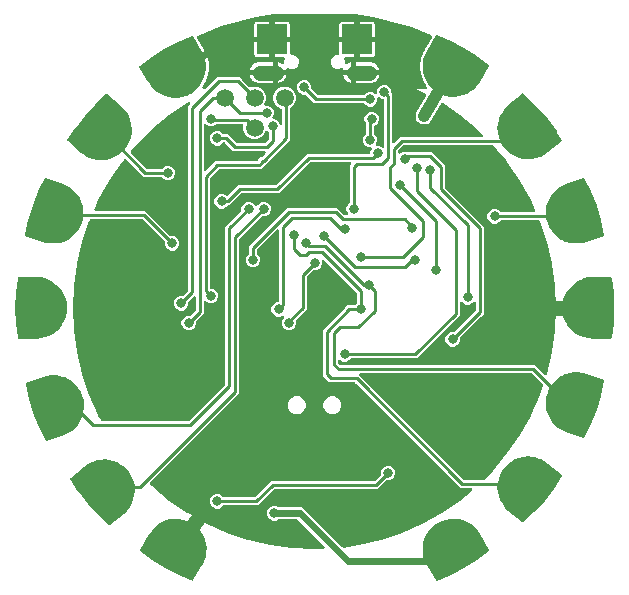
<source format=gbr>
G04 EAGLE Gerber RS-274X export*
G75*
%MOMM*%
%FSLAX34Y34*%
%LPD*%
%INBottom Copper*%
%IPPOS*%
%AMOC8*
5,1,8,0,0,1.08239X$1,22.5*%
G01*
%ADD10R,2.500000X2.500000*%
%ADD11C,1.308000*%
%ADD12C,4.216000*%
%ADD13C,1.500000*%
%ADD14C,0.800100*%
%ADD15C,0.254000*%
%ADD16C,1.270000*%
%ADD17C,0.609600*%
%ADD18C,1.016000*%

G36*
X-54477Y186692D02*
X-54477Y186692D01*
X-54349Y186710D01*
X-54219Y186722D01*
X-54191Y186732D01*
X-54162Y186737D01*
X-54010Y186789D01*
X-52696Y187333D01*
X-48904Y187333D01*
X-45400Y185881D01*
X-42719Y183200D01*
X-41267Y179696D01*
X-41267Y175904D01*
X-42516Y172888D01*
X-42530Y172840D01*
X-42551Y172795D01*
X-42571Y172688D01*
X-42600Y172581D01*
X-42601Y172532D01*
X-42610Y172483D01*
X-42604Y172373D01*
X-42605Y172263D01*
X-42594Y172215D01*
X-42591Y172166D01*
X-42557Y172061D01*
X-42531Y171954D01*
X-42508Y171910D01*
X-42493Y171863D01*
X-42434Y171770D01*
X-42383Y171673D01*
X-42349Y171636D01*
X-42323Y171594D01*
X-42242Y171519D01*
X-42169Y171438D01*
X-42127Y171410D01*
X-42091Y171376D01*
X-41995Y171323D01*
X-41903Y171263D01*
X-41856Y171247D01*
X-41812Y171223D01*
X-41706Y171195D01*
X-41602Y171160D01*
X-41553Y171156D01*
X-41504Y171143D01*
X-41344Y171133D01*
X-39440Y171133D01*
X-37222Y170215D01*
X-35525Y168518D01*
X-34607Y166300D01*
X-34607Y163900D01*
X-35618Y161458D01*
X-35631Y161410D01*
X-35652Y161365D01*
X-35673Y161258D01*
X-35702Y161151D01*
X-35703Y161102D01*
X-35712Y161053D01*
X-35705Y160943D01*
X-35707Y160833D01*
X-35696Y160785D01*
X-35692Y160736D01*
X-35659Y160631D01*
X-35633Y160524D01*
X-35610Y160480D01*
X-35594Y160433D01*
X-35536Y160340D01*
X-35484Y160243D01*
X-35451Y160206D01*
X-35424Y160164D01*
X-35344Y160089D01*
X-35270Y160008D01*
X-35229Y159980D01*
X-35193Y159946D01*
X-35096Y159893D01*
X-35005Y159833D01*
X-34958Y159817D01*
X-34914Y159793D01*
X-34808Y159765D01*
X-34704Y159730D01*
X-34654Y159726D01*
X-34606Y159713D01*
X-34446Y159703D01*
X-34360Y159703D01*
X-32142Y158785D01*
X-30445Y157088D01*
X-29875Y155710D01*
X-29840Y155649D01*
X-29814Y155584D01*
X-29762Y155512D01*
X-29717Y155434D01*
X-29668Y155383D01*
X-29628Y155327D01*
X-29558Y155270D01*
X-29496Y155205D01*
X-29436Y155169D01*
X-29383Y155124D01*
X-29301Y155086D01*
X-29225Y155039D01*
X-29158Y155018D01*
X-29095Y154989D01*
X-29007Y154972D01*
X-28921Y154945D01*
X-28851Y154942D01*
X-28782Y154929D01*
X-28693Y154934D01*
X-28603Y154930D01*
X-28535Y154944D01*
X-28465Y154949D01*
X-28380Y154976D01*
X-28292Y154994D01*
X-28229Y155025D01*
X-28163Y155047D01*
X-28087Y155095D01*
X-28006Y155134D01*
X-27953Y155180D01*
X-27894Y155217D01*
X-27832Y155282D01*
X-27764Y155341D01*
X-27724Y155398D01*
X-27676Y155448D01*
X-27633Y155527D01*
X-27581Y155601D01*
X-27556Y155666D01*
X-27522Y155727D01*
X-27500Y155814D01*
X-27468Y155898D01*
X-27460Y155967D01*
X-27443Y156035D01*
X-27433Y156196D01*
X-27433Y167476D01*
X-27436Y167505D01*
X-27434Y167534D01*
X-27455Y167654D01*
X-27455Y167658D01*
X-27456Y167661D01*
X-27456Y167663D01*
X-27473Y167791D01*
X-27483Y167819D01*
X-27488Y167848D01*
X-27542Y167966D01*
X-27590Y168087D01*
X-27607Y168111D01*
X-27619Y168138D01*
X-27700Y168239D01*
X-27776Y168344D01*
X-27799Y168363D01*
X-27818Y168386D01*
X-27921Y168464D01*
X-28021Y168547D01*
X-28048Y168560D01*
X-28072Y168577D01*
X-28216Y168648D01*
X-30800Y169719D01*
X-33481Y172400D01*
X-34933Y175904D01*
X-34933Y179696D01*
X-33481Y183200D01*
X-30800Y185881D01*
X-27296Y187333D01*
X-23504Y187333D01*
X-20000Y185881D01*
X-17319Y183200D01*
X-15867Y179696D01*
X-15867Y175904D01*
X-17319Y172400D01*
X-20000Y169719D01*
X-20044Y169701D01*
X-20069Y169686D01*
X-20097Y169677D01*
X-20207Y169607D01*
X-20320Y169543D01*
X-20341Y169522D01*
X-20366Y169507D01*
X-20455Y169412D01*
X-20548Y169322D01*
X-20564Y169297D01*
X-20584Y169275D01*
X-20647Y169161D01*
X-20715Y169051D01*
X-20723Y169022D01*
X-20738Y168996D01*
X-20770Y168871D01*
X-20808Y168747D01*
X-20810Y168717D01*
X-20817Y168689D01*
X-20827Y168528D01*
X-20827Y142142D01*
X-23133Y139836D01*
X-23134Y139836D01*
X-39506Y123464D01*
X-45622Y117347D01*
X-80656Y117347D01*
X-80754Y117335D01*
X-80853Y117332D01*
X-80912Y117315D01*
X-80972Y117307D01*
X-81064Y117271D01*
X-81159Y117243D01*
X-81211Y117213D01*
X-81267Y117190D01*
X-81347Y117132D01*
X-81433Y117082D01*
X-81508Y117016D01*
X-81525Y117004D01*
X-81533Y116994D01*
X-81554Y116976D01*
X-88401Y110129D01*
X-88461Y110050D01*
X-88529Y109978D01*
X-88558Y109925D01*
X-88595Y109877D01*
X-88635Y109786D01*
X-88683Y109700D01*
X-88698Y109641D01*
X-88722Y109586D01*
X-88737Y109488D01*
X-88762Y109392D01*
X-88768Y109292D01*
X-88772Y109271D01*
X-88770Y109259D01*
X-88772Y109231D01*
X-88772Y17462D01*
X-88757Y17344D01*
X-88750Y17226D01*
X-88737Y17187D01*
X-88732Y17147D01*
X-88689Y17036D01*
X-88652Y16923D01*
X-88630Y16889D01*
X-88615Y16851D01*
X-88546Y16755D01*
X-88482Y16654D01*
X-88452Y16627D01*
X-88429Y16594D01*
X-88337Y16518D01*
X-88250Y16436D01*
X-88215Y16417D01*
X-88184Y16391D01*
X-88076Y16340D01*
X-87972Y16283D01*
X-87932Y16273D01*
X-87896Y16256D01*
X-87779Y16233D01*
X-87664Y16203D01*
X-87604Y16200D01*
X-87584Y16196D01*
X-87563Y16197D01*
X-87503Y16193D01*
X-86430Y16193D01*
X-84212Y15275D01*
X-82515Y13578D01*
X-81597Y11360D01*
X-81597Y8960D01*
X-82515Y6742D01*
X-84212Y5045D01*
X-86430Y4127D01*
X-88830Y4127D01*
X-91048Y5045D01*
X-91686Y5683D01*
X-91795Y5768D01*
X-91902Y5857D01*
X-91921Y5866D01*
X-91937Y5878D01*
X-92065Y5934D01*
X-92190Y5993D01*
X-92210Y5996D01*
X-92229Y6005D01*
X-92367Y6026D01*
X-92503Y6052D01*
X-92523Y6051D01*
X-92543Y6054D01*
X-92682Y6041D01*
X-92820Y6033D01*
X-92839Y6026D01*
X-92859Y6025D01*
X-92990Y5977D01*
X-93122Y5935D01*
X-93140Y5924D01*
X-93159Y5917D01*
X-93273Y5839D01*
X-93391Y5765D01*
X-93405Y5750D01*
X-93422Y5738D01*
X-93514Y5634D01*
X-93609Y5533D01*
X-93619Y5515D01*
X-93632Y5500D01*
X-93695Y5376D01*
X-93763Y5254D01*
X-93768Y5235D01*
X-93777Y5217D01*
X-93807Y5081D01*
X-93842Y4946D01*
X-93844Y4918D01*
X-93847Y4906D01*
X-93846Y4886D01*
X-93852Y4786D01*
X-93852Y-4543D01*
X-100275Y-10966D01*
X-100336Y-11044D01*
X-100404Y-11116D01*
X-100433Y-11169D01*
X-100470Y-11217D01*
X-100509Y-11308D01*
X-100557Y-11395D01*
X-100572Y-11453D01*
X-100596Y-11509D01*
X-100612Y-11607D01*
X-100637Y-11703D01*
X-100643Y-11803D01*
X-100646Y-11823D01*
X-100645Y-11835D01*
X-100647Y-11863D01*
X-100647Y-13900D01*
X-101565Y-16118D01*
X-103262Y-17815D01*
X-105480Y-18733D01*
X-107880Y-18733D01*
X-110098Y-17815D01*
X-111795Y-16118D01*
X-112713Y-13900D01*
X-112713Y-11500D01*
X-111795Y-9282D01*
X-110098Y-7585D01*
X-107880Y-6667D01*
X-105843Y-6667D01*
X-105745Y-6654D01*
X-105646Y-6651D01*
X-105588Y-6635D01*
X-105528Y-6627D01*
X-105436Y-6590D01*
X-105341Y-6563D01*
X-105288Y-6532D01*
X-105232Y-6510D01*
X-105152Y-6452D01*
X-105067Y-6401D01*
X-104991Y-6335D01*
X-104975Y-6323D01*
X-104967Y-6314D01*
X-104946Y-6295D01*
X-100829Y-2179D01*
X-100769Y-2100D01*
X-100701Y-2028D01*
X-100672Y-1975D01*
X-100635Y-1927D01*
X-100595Y-1836D01*
X-100547Y-1750D01*
X-100532Y-1691D01*
X-100508Y-1636D01*
X-100493Y-1538D01*
X-100468Y-1442D01*
X-100462Y-1342D01*
X-100458Y-1321D01*
X-100460Y-1309D01*
X-100458Y-1281D01*
X-100458Y8647D01*
X-100475Y8785D01*
X-100488Y8924D01*
X-100495Y8943D01*
X-100498Y8963D01*
X-100549Y9092D01*
X-100596Y9223D01*
X-100607Y9240D01*
X-100615Y9258D01*
X-100696Y9371D01*
X-100774Y9486D01*
X-100790Y9499D01*
X-100801Y9516D01*
X-100909Y9605D01*
X-101013Y9697D01*
X-101031Y9706D01*
X-101046Y9719D01*
X-101172Y9778D01*
X-101296Y9841D01*
X-101316Y9846D01*
X-101334Y9854D01*
X-101470Y9880D01*
X-101606Y9911D01*
X-101627Y9910D01*
X-101646Y9914D01*
X-101785Y9905D01*
X-101924Y9901D01*
X-101944Y9895D01*
X-101964Y9894D01*
X-102096Y9851D01*
X-102230Y9813D01*
X-102247Y9802D01*
X-102266Y9796D01*
X-102384Y9722D01*
X-102504Y9651D01*
X-102525Y9633D01*
X-102535Y9626D01*
X-102549Y9611D01*
X-102624Y9545D01*
X-106625Y5544D01*
X-106686Y5466D01*
X-106754Y5394D01*
X-106783Y5341D01*
X-106820Y5293D01*
X-106859Y5202D01*
X-106907Y5115D01*
X-106922Y5057D01*
X-106946Y5001D01*
X-106962Y4903D01*
X-106987Y4807D01*
X-106993Y4707D01*
X-106996Y4687D01*
X-106995Y4675D01*
X-106997Y4647D01*
X-106997Y2610D01*
X-107915Y392D01*
X-109612Y-1305D01*
X-111830Y-2223D01*
X-114230Y-2223D01*
X-116448Y-1305D01*
X-118145Y392D01*
X-119063Y2610D01*
X-119063Y5010D01*
X-118145Y7228D01*
X-116448Y8925D01*
X-114230Y9843D01*
X-112193Y9843D01*
X-112095Y9856D01*
X-111996Y9859D01*
X-111938Y9875D01*
X-111878Y9883D01*
X-111786Y9920D01*
X-111691Y9947D01*
X-111638Y9978D01*
X-111582Y10000D01*
X-111502Y10058D01*
X-111417Y10109D01*
X-111341Y10175D01*
X-111325Y10187D01*
X-111317Y10196D01*
X-111296Y10215D01*
X-107179Y14331D01*
X-107119Y14410D01*
X-107051Y14482D01*
X-107022Y14535D01*
X-106985Y14583D01*
X-106945Y14674D01*
X-106897Y14760D01*
X-106882Y14819D01*
X-106858Y14874D01*
X-106843Y14972D01*
X-106818Y15068D01*
X-106812Y15168D01*
X-106808Y15189D01*
X-106810Y15201D01*
X-106808Y15229D01*
X-106808Y170913D01*
X-105578Y172142D01*
X-105491Y172255D01*
X-105401Y172366D01*
X-105394Y172381D01*
X-105383Y172394D01*
X-105327Y172525D01*
X-105267Y172654D01*
X-105264Y172670D01*
X-105257Y172686D01*
X-105235Y172827D01*
X-105209Y172967D01*
X-105210Y172983D01*
X-105207Y173000D01*
X-105221Y173142D01*
X-105230Y173284D01*
X-105235Y173300D01*
X-105237Y173316D01*
X-105285Y173451D01*
X-105330Y173586D01*
X-105339Y173600D01*
X-105345Y173616D01*
X-105425Y173734D01*
X-105502Y173854D01*
X-105514Y173865D01*
X-105523Y173879D01*
X-105630Y173973D01*
X-105735Y174070D01*
X-105749Y174078D01*
X-105762Y174089D01*
X-105889Y174154D01*
X-106014Y174222D01*
X-106030Y174226D01*
X-106045Y174234D01*
X-106184Y174265D01*
X-106322Y174300D01*
X-106339Y174300D01*
X-106355Y174303D01*
X-106498Y174299D01*
X-106640Y174298D01*
X-106656Y174294D01*
X-106673Y174294D01*
X-106810Y174254D01*
X-106948Y174218D01*
X-106969Y174208D01*
X-106979Y174205D01*
X-106995Y174196D01*
X-107093Y174149D01*
X-107589Y173873D01*
X-107606Y173861D01*
X-107688Y173811D01*
X-123173Y163204D01*
X-123188Y163190D01*
X-123266Y163134D01*
X-137706Y151143D01*
X-137720Y151128D01*
X-137792Y151064D01*
X-151064Y137792D01*
X-151077Y137776D01*
X-151143Y137706D01*
X-155436Y132535D01*
X-155469Y132484D01*
X-155509Y132439D01*
X-155554Y132351D01*
X-155607Y132267D01*
X-155626Y132209D01*
X-155654Y132156D01*
X-155675Y132059D01*
X-155706Y131965D01*
X-155710Y131904D01*
X-155724Y131845D01*
X-155721Y131746D01*
X-155727Y131648D01*
X-155716Y131588D01*
X-155714Y131527D01*
X-155686Y131432D01*
X-155668Y131335D01*
X-155642Y131280D01*
X-155625Y131222D01*
X-155575Y131137D01*
X-155533Y131047D01*
X-155495Y131000D01*
X-155464Y130948D01*
X-155358Y130827D01*
X-142505Y117974D01*
X-142427Y117914D01*
X-142354Y117846D01*
X-142301Y117817D01*
X-142254Y117780D01*
X-142163Y117740D01*
X-142076Y117692D01*
X-142017Y117677D01*
X-141962Y117653D01*
X-141864Y117638D01*
X-141768Y117613D01*
X-141668Y117607D01*
X-141648Y117603D01*
X-141635Y117605D01*
X-141607Y117603D01*
X-130215Y117603D01*
X-130117Y117615D01*
X-130018Y117618D01*
X-129960Y117635D01*
X-129900Y117643D01*
X-129808Y117679D01*
X-129713Y117707D01*
X-129660Y117737D01*
X-129604Y117760D01*
X-129524Y117818D01*
X-129439Y117868D01*
X-129363Y117934D01*
X-129347Y117946D01*
X-129339Y117956D01*
X-129318Y117974D01*
X-127878Y119415D01*
X-125660Y120333D01*
X-123260Y120333D01*
X-121042Y119415D01*
X-119345Y117718D01*
X-118427Y115500D01*
X-118427Y113100D01*
X-119345Y110882D01*
X-121042Y109185D01*
X-123260Y108267D01*
X-125660Y108267D01*
X-127878Y109185D01*
X-129318Y110626D01*
X-129396Y110686D01*
X-129468Y110754D01*
X-129521Y110783D01*
X-129569Y110820D01*
X-129660Y110860D01*
X-129747Y110908D01*
X-129805Y110923D01*
X-129861Y110947D01*
X-129959Y110962D01*
X-130055Y110987D01*
X-130155Y110993D01*
X-130175Y110997D01*
X-130187Y110995D01*
X-130215Y110997D01*
X-144869Y110997D01*
X-147176Y113304D01*
X-159429Y125557D01*
X-159444Y125569D01*
X-159455Y125583D01*
X-159569Y125665D01*
X-159680Y125752D01*
X-159697Y125760D01*
X-159712Y125770D01*
X-159843Y125822D01*
X-159972Y125878D01*
X-159990Y125881D01*
X-160008Y125888D01*
X-160147Y125906D01*
X-160286Y125928D01*
X-160305Y125927D01*
X-160323Y125929D01*
X-160462Y125912D01*
X-160603Y125899D01*
X-160620Y125892D01*
X-160639Y125890D01*
X-160769Y125839D01*
X-160902Y125791D01*
X-160918Y125781D01*
X-160935Y125774D01*
X-161049Y125691D01*
X-161165Y125612D01*
X-161178Y125599D01*
X-161193Y125588D01*
X-161303Y125471D01*
X-163134Y123266D01*
X-163145Y123249D01*
X-163204Y123173D01*
X-173811Y107688D01*
X-173821Y107670D01*
X-173873Y107589D01*
X-183006Y91192D01*
X-183014Y91172D01*
X-183058Y91087D01*
X-186339Y83657D01*
X-186357Y83595D01*
X-186385Y83537D01*
X-186402Y83444D01*
X-186430Y83352D01*
X-186432Y83288D01*
X-186444Y83225D01*
X-186438Y83130D01*
X-186442Y83035D01*
X-186429Y82972D01*
X-186425Y82908D01*
X-186395Y82817D01*
X-186375Y82724D01*
X-186346Y82666D01*
X-186327Y82605D01*
X-186276Y82524D01*
X-186233Y82439D01*
X-186191Y82391D01*
X-186156Y82336D01*
X-186087Y82271D01*
X-186025Y82199D01*
X-185972Y82162D01*
X-185925Y82118D01*
X-185841Y82072D01*
X-185763Y82018D01*
X-185703Y81996D01*
X-185646Y81965D01*
X-185554Y81941D01*
X-185465Y81908D01*
X-185401Y81901D01*
X-185338Y81885D01*
X-185178Y81875D01*
X-143244Y81875D01*
X-122384Y61015D01*
X-122306Y60954D01*
X-122234Y60886D01*
X-122181Y60857D01*
X-122133Y60820D01*
X-122042Y60781D01*
X-121955Y60733D01*
X-121897Y60718D01*
X-121841Y60694D01*
X-121743Y60678D01*
X-121647Y60653D01*
X-121547Y60647D01*
X-121527Y60644D01*
X-121515Y60645D01*
X-121487Y60643D01*
X-119450Y60643D01*
X-117232Y59725D01*
X-115535Y58028D01*
X-114617Y55810D01*
X-114617Y53410D01*
X-115535Y51192D01*
X-117232Y49495D01*
X-119450Y48577D01*
X-121850Y48577D01*
X-124068Y49495D01*
X-125765Y51192D01*
X-126683Y53410D01*
X-126683Y55447D01*
X-126696Y55545D01*
X-126699Y55644D01*
X-126715Y55702D01*
X-126723Y55762D01*
X-126760Y55854D01*
X-126787Y55949D01*
X-126818Y56002D01*
X-126840Y56058D01*
X-126898Y56138D01*
X-126949Y56223D01*
X-127015Y56299D01*
X-127027Y56315D01*
X-127036Y56323D01*
X-127055Y56344D01*
X-145609Y74898D01*
X-145687Y74959D01*
X-145759Y75027D01*
X-145812Y75056D01*
X-145860Y75093D01*
X-145951Y75132D01*
X-146038Y75180D01*
X-146096Y75195D01*
X-146152Y75219D01*
X-146250Y75235D01*
X-146346Y75259D01*
X-146446Y75266D01*
X-146466Y75269D01*
X-146478Y75268D01*
X-146506Y75270D01*
X-189215Y75270D01*
X-189230Y75268D01*
X-189244Y75269D01*
X-189387Y75248D01*
X-189531Y75230D01*
X-189544Y75224D01*
X-189559Y75222D01*
X-189692Y75166D01*
X-189826Y75113D01*
X-189838Y75104D01*
X-189852Y75098D01*
X-189967Y75011D01*
X-190084Y74926D01*
X-190093Y74915D01*
X-190105Y74906D01*
X-190194Y74792D01*
X-190286Y74681D01*
X-190293Y74668D01*
X-190302Y74656D01*
X-190376Y74513D01*
X-190639Y73917D01*
X-190645Y73897D01*
X-190682Y73808D01*
X-196646Y56012D01*
X-196651Y55991D01*
X-196679Y55899D01*
X-200976Y37629D01*
X-200978Y37608D01*
X-200997Y37513D01*
X-203590Y18924D01*
X-203591Y18903D01*
X-203601Y18808D01*
X-204468Y59D01*
X-204466Y38D01*
X-204468Y-59D01*
X-203601Y-18808D01*
X-203598Y-18828D01*
X-203590Y-18924D01*
X-200997Y-37513D01*
X-200992Y-37534D01*
X-200976Y-37629D01*
X-196679Y-55899D01*
X-196671Y-55919D01*
X-196646Y-56012D01*
X-190682Y-73808D01*
X-190673Y-73826D01*
X-190639Y-73917D01*
X-183058Y-91087D01*
X-183047Y-91105D01*
X-183006Y-91192D01*
X-180826Y-95106D01*
X-180758Y-95199D01*
X-180696Y-95296D01*
X-180664Y-95326D01*
X-180638Y-95362D01*
X-180548Y-95435D01*
X-180464Y-95514D01*
X-180426Y-95535D01*
X-180391Y-95563D01*
X-180287Y-95612D01*
X-180186Y-95668D01*
X-180143Y-95679D01*
X-180103Y-95697D01*
X-179990Y-95718D01*
X-179878Y-95747D01*
X-179811Y-95751D01*
X-179790Y-95755D01*
X-179771Y-95754D01*
X-179717Y-95757D01*
X-107304Y-95757D01*
X-107206Y-95745D01*
X-107107Y-95742D01*
X-107048Y-95725D01*
X-106988Y-95717D01*
X-106896Y-95681D01*
X-106801Y-95653D01*
X-106749Y-95623D01*
X-106693Y-95600D01*
X-106613Y-95542D01*
X-106527Y-95492D01*
X-106452Y-95426D01*
X-106435Y-95414D01*
X-106427Y-95404D01*
X-106406Y-95386D01*
X-76064Y-65044D01*
X-76004Y-64965D01*
X-75936Y-64893D01*
X-75907Y-64840D01*
X-75870Y-64792D01*
X-75830Y-64701D01*
X-75782Y-64615D01*
X-75767Y-64556D01*
X-75743Y-64501D01*
X-75728Y-64403D01*
X-75703Y-64307D01*
X-75697Y-64207D01*
X-75693Y-64186D01*
X-75695Y-64174D01*
X-75693Y-64146D01*
X-75693Y68678D01*
X-62285Y82086D01*
X-62224Y82164D01*
X-62156Y82236D01*
X-62127Y82289D01*
X-62090Y82337D01*
X-62051Y82428D01*
X-62003Y82515D01*
X-61988Y82573D01*
X-61964Y82629D01*
X-61948Y82727D01*
X-61923Y82823D01*
X-61917Y82923D01*
X-61914Y82943D01*
X-61915Y82955D01*
X-61913Y82983D01*
X-61913Y85020D01*
X-60995Y87238D01*
X-59298Y88935D01*
X-57080Y89853D01*
X-54680Y89853D01*
X-52462Y88935D01*
X-50765Y87238D01*
X-50703Y87086D01*
X-50634Y86966D01*
X-50569Y86843D01*
X-50555Y86828D01*
X-50545Y86810D01*
X-50449Y86710D01*
X-50355Y86607D01*
X-50338Y86596D01*
X-50324Y86582D01*
X-50206Y86509D01*
X-50089Y86433D01*
X-50070Y86426D01*
X-50053Y86415D01*
X-49920Y86374D01*
X-49788Y86329D01*
X-49768Y86328D01*
X-49749Y86322D01*
X-49610Y86315D01*
X-49471Y86304D01*
X-49451Y86308D01*
X-49431Y86307D01*
X-49295Y86335D01*
X-49158Y86359D01*
X-49139Y86367D01*
X-49120Y86371D01*
X-48995Y86432D01*
X-48868Y86489D01*
X-48852Y86502D01*
X-48834Y86511D01*
X-48728Y86601D01*
X-48620Y86688D01*
X-48607Y86704D01*
X-48592Y86717D01*
X-48512Y86831D01*
X-48428Y86942D01*
X-48416Y86967D01*
X-48409Y86977D01*
X-48402Y86996D01*
X-48357Y87086D01*
X-48295Y87238D01*
X-46598Y88935D01*
X-44380Y89853D01*
X-41980Y89853D01*
X-39762Y88935D01*
X-38065Y87238D01*
X-37147Y85020D01*
X-37147Y82620D01*
X-38065Y80402D01*
X-39762Y78705D01*
X-41980Y77787D01*
X-44017Y77787D01*
X-44115Y77774D01*
X-44214Y77771D01*
X-44272Y77755D01*
X-44332Y77747D01*
X-44424Y77710D01*
X-44519Y77683D01*
X-44572Y77652D01*
X-44628Y77630D01*
X-44708Y77572D01*
X-44793Y77521D01*
X-44869Y77455D01*
X-44885Y77443D01*
X-44893Y77434D01*
X-44914Y77415D01*
X-63636Y58694D01*
X-63696Y58615D01*
X-63764Y58543D01*
X-63793Y58490D01*
X-63830Y58442D01*
X-63870Y58351D01*
X-63918Y58265D01*
X-63933Y58206D01*
X-63957Y58151D01*
X-63972Y58053D01*
X-63997Y57957D01*
X-64003Y57857D01*
X-64007Y57837D01*
X-64005Y57824D01*
X-64007Y57796D01*
X-64007Y-72488D01*
X-139290Y-147771D01*
X-139363Y-147865D01*
X-139442Y-147954D01*
X-139461Y-147991D01*
X-139485Y-148022D01*
X-139533Y-148132D01*
X-139587Y-148238D01*
X-139596Y-148277D01*
X-139612Y-148314D01*
X-139630Y-148432D01*
X-139656Y-148548D01*
X-139655Y-148588D01*
X-139662Y-148628D01*
X-139650Y-148747D01*
X-139647Y-148866D01*
X-139636Y-148905D01*
X-139632Y-148945D01*
X-139591Y-149057D01*
X-139558Y-149171D01*
X-139538Y-149206D01*
X-139524Y-149244D01*
X-139457Y-149343D01*
X-139397Y-149445D01*
X-139357Y-149491D01*
X-139346Y-149507D01*
X-139330Y-149521D01*
X-139290Y-149566D01*
X-137792Y-151064D01*
X-137776Y-151077D01*
X-137706Y-151143D01*
X-123266Y-163134D01*
X-123249Y-163145D01*
X-123173Y-163204D01*
X-107688Y-173811D01*
X-107670Y-173821D01*
X-107589Y-173873D01*
X-91192Y-183006D01*
X-91172Y-183014D01*
X-91087Y-183058D01*
X-73917Y-190639D01*
X-73897Y-190645D01*
X-73808Y-190682D01*
X-56012Y-196646D01*
X-55991Y-196651D01*
X-55899Y-196679D01*
X-37629Y-200976D01*
X-37608Y-200978D01*
X-37513Y-200997D01*
X-18924Y-203590D01*
X-18903Y-203591D01*
X-18808Y-203601D01*
X-59Y-204468D01*
X-38Y-204466D01*
X59Y-204468D01*
X7256Y-204135D01*
X7364Y-204116D01*
X7473Y-204106D01*
X7520Y-204089D01*
X7569Y-204081D01*
X7669Y-204036D01*
X7773Y-203998D01*
X7814Y-203971D01*
X7859Y-203950D01*
X7945Y-203882D01*
X8036Y-203820D01*
X8069Y-203783D01*
X8107Y-203752D01*
X8173Y-203664D01*
X8246Y-203581D01*
X8269Y-203537D01*
X8299Y-203498D01*
X8341Y-203396D01*
X8391Y-203298D01*
X8402Y-203250D01*
X8421Y-203204D01*
X8436Y-203095D01*
X8461Y-202988D01*
X8459Y-202938D01*
X8466Y-202889D01*
X8454Y-202780D01*
X8451Y-202670D01*
X8437Y-202622D01*
X8432Y-202573D01*
X8393Y-202470D01*
X8362Y-202365D01*
X8337Y-202322D01*
X8320Y-202275D01*
X8257Y-202185D01*
X8201Y-202091D01*
X8150Y-202033D01*
X8137Y-202015D01*
X8124Y-202004D01*
X8095Y-201970D01*
X-14433Y-179442D01*
X-14511Y-179382D01*
X-14583Y-179314D01*
X-14636Y-179285D01*
X-14684Y-179248D01*
X-14775Y-179208D01*
X-14862Y-179160D01*
X-14920Y-179145D01*
X-14976Y-179121D01*
X-15074Y-179106D01*
X-15170Y-179081D01*
X-15270Y-179075D01*
X-15290Y-179071D01*
X-15302Y-179073D01*
X-15330Y-179071D01*
X-30538Y-179071D01*
X-30547Y-179072D01*
X-30556Y-179071D01*
X-30705Y-179092D01*
X-30853Y-179111D01*
X-30862Y-179114D01*
X-30871Y-179115D01*
X-31024Y-179167D01*
X-33090Y-180023D01*
X-35490Y-180023D01*
X-37708Y-179105D01*
X-39405Y-177408D01*
X-40323Y-175190D01*
X-40323Y-172790D01*
X-39405Y-170572D01*
X-37708Y-168875D01*
X-35490Y-167957D01*
X-33090Y-167957D01*
X-31024Y-168813D01*
X-31015Y-168815D01*
X-31007Y-168820D01*
X-30861Y-168857D01*
X-30717Y-168897D01*
X-30708Y-168897D01*
X-30699Y-168899D01*
X-30538Y-168909D01*
X-11689Y-168909D01*
X-9822Y-169683D01*
X23007Y-202512D01*
X23029Y-202529D01*
X23047Y-202550D01*
X23154Y-202626D01*
X23258Y-202706D01*
X23283Y-202717D01*
X23306Y-202733D01*
X23429Y-202780D01*
X23550Y-202833D01*
X23577Y-202837D01*
X23603Y-202847D01*
X23734Y-202862D01*
X23864Y-202883D01*
X23892Y-202880D01*
X23919Y-202883D01*
X24080Y-202871D01*
X37513Y-200997D01*
X37534Y-200992D01*
X37629Y-200976D01*
X55899Y-196679D01*
X55919Y-196671D01*
X56012Y-196646D01*
X73808Y-190682D01*
X73826Y-190673D01*
X73917Y-190639D01*
X91087Y-183058D01*
X91105Y-183048D01*
X91192Y-183006D01*
X107589Y-173873D01*
X107606Y-173861D01*
X107688Y-173811D01*
X123173Y-163204D01*
X123188Y-163190D01*
X123266Y-163134D01*
X133225Y-154864D01*
X133252Y-154836D01*
X133283Y-154813D01*
X133360Y-154720D01*
X133442Y-154632D01*
X133461Y-154598D01*
X133486Y-154568D01*
X133537Y-154459D01*
X133595Y-154353D01*
X133605Y-154315D01*
X133621Y-154280D01*
X133644Y-154162D01*
X133674Y-154044D01*
X133674Y-154006D01*
X133681Y-153968D01*
X133673Y-153847D01*
X133673Y-153726D01*
X133664Y-153689D01*
X133661Y-153650D01*
X133624Y-153536D01*
X133594Y-153419D01*
X133575Y-153385D01*
X133563Y-153348D01*
X133499Y-153246D01*
X133440Y-153140D01*
X133414Y-153112D01*
X133393Y-153079D01*
X133305Y-152996D01*
X133222Y-152908D01*
X133190Y-152888D01*
X133161Y-152861D01*
X133056Y-152803D01*
X132954Y-152738D01*
X132917Y-152726D01*
X132883Y-152708D01*
X132766Y-152678D01*
X132651Y-152640D01*
X132612Y-152638D01*
X132575Y-152628D01*
X132414Y-152618D01*
X123817Y-152618D01*
X121511Y-150312D01*
X34564Y-63364D01*
X34485Y-63304D01*
X34413Y-63236D01*
X34360Y-63207D01*
X34312Y-63170D01*
X34221Y-63130D01*
X34135Y-63082D01*
X34076Y-63067D01*
X34021Y-63043D01*
X33923Y-63028D01*
X33827Y-63003D01*
X33727Y-62997D01*
X33706Y-62993D01*
X33694Y-62995D01*
X33666Y-62993D01*
X12602Y-62993D01*
X6857Y-57248D01*
X6857Y-18952D01*
X9163Y-16646D01*
X9164Y-16646D01*
X25536Y-274D01*
X27842Y2033D01*
X33615Y2033D01*
X33713Y2045D01*
X33812Y2048D01*
X33870Y2065D01*
X33930Y2073D01*
X34022Y2109D01*
X34117Y2137D01*
X34170Y2167D01*
X34226Y2190D01*
X34306Y2248D01*
X34391Y2298D01*
X34467Y2364D01*
X34483Y2376D01*
X34491Y2386D01*
X34512Y2404D01*
X35696Y3588D01*
X35756Y3666D01*
X35824Y3738D01*
X35853Y3791D01*
X35890Y3839D01*
X35930Y3930D01*
X35978Y4017D01*
X35993Y4075D01*
X36017Y4131D01*
X36032Y4229D01*
X36057Y4325D01*
X36063Y4425D01*
X36067Y4445D01*
X36065Y4457D01*
X36067Y4485D01*
X36067Y12076D01*
X36055Y12174D01*
X36052Y12273D01*
X36035Y12332D01*
X36027Y12392D01*
X35991Y12484D01*
X35963Y12579D01*
X35933Y12631D01*
X35910Y12687D01*
X35852Y12767D01*
X35802Y12853D01*
X35736Y12928D01*
X35724Y12945D01*
X35714Y12953D01*
X35696Y12974D01*
X8186Y40483D01*
X8131Y40526D01*
X8082Y40576D01*
X8006Y40623D01*
X7935Y40678D01*
X7871Y40706D01*
X7811Y40742D01*
X7725Y40769D01*
X7643Y40804D01*
X7574Y40815D01*
X7507Y40836D01*
X7418Y40840D01*
X7329Y40854D01*
X7259Y40847D01*
X7189Y40851D01*
X7102Y40833D01*
X7013Y40824D01*
X6946Y40800D01*
X6878Y40786D01*
X6797Y40747D01*
X6713Y40717D01*
X6655Y40677D01*
X6592Y40646D01*
X6524Y40588D01*
X6450Y40538D01*
X6404Y40485D01*
X6350Y40440D01*
X6299Y40367D01*
X6240Y40300D01*
X6208Y40237D01*
X6167Y40179D01*
X6136Y40096D01*
X6095Y40016D01*
X6080Y39948D01*
X6055Y39882D01*
X6045Y39793D01*
X6025Y39706D01*
X6028Y39636D01*
X6020Y39566D01*
X6032Y39478D01*
X6033Y39448D01*
X6033Y36900D01*
X5115Y34682D01*
X3418Y32985D01*
X1200Y32067D01*
X-837Y32067D01*
X-935Y32054D01*
X-1034Y32051D01*
X-1092Y32035D01*
X-1152Y32027D01*
X-1244Y31990D01*
X-1339Y31963D01*
X-1392Y31932D01*
X-1448Y31910D01*
X-1528Y31852D01*
X-1613Y31801D01*
X-1689Y31735D01*
X-1705Y31723D01*
X-1713Y31714D01*
X-1734Y31695D01*
X-6486Y26944D01*
X-6546Y26865D01*
X-6614Y26793D01*
X-6643Y26740D01*
X-6680Y26692D01*
X-6720Y26601D01*
X-6768Y26515D01*
X-6783Y26456D01*
X-6807Y26401D01*
X-6822Y26303D01*
X-6847Y26207D01*
X-6853Y26107D01*
X-6857Y26086D01*
X-6855Y26074D01*
X-6857Y26046D01*
X-6857Y-1368D01*
X-15377Y-9887D01*
X-15395Y-9911D01*
X-15417Y-9930D01*
X-15492Y-10036D01*
X-15572Y-10139D01*
X-15583Y-10166D01*
X-15600Y-10190D01*
X-15646Y-10311D01*
X-15698Y-10431D01*
X-15703Y-10460D01*
X-15713Y-10487D01*
X-15727Y-10616D01*
X-15748Y-10745D01*
X-15745Y-10774D01*
X-15748Y-10803D01*
X-15730Y-10932D01*
X-15718Y-11061D01*
X-15708Y-11089D01*
X-15704Y-11118D01*
X-15652Y-11271D01*
X-15557Y-11500D01*
X-15557Y-13900D01*
X-16475Y-16118D01*
X-18172Y-17815D01*
X-20390Y-18733D01*
X-22790Y-18733D01*
X-25008Y-17815D01*
X-26705Y-16118D01*
X-27623Y-13900D01*
X-27623Y-11500D01*
X-26705Y-9282D01*
X-26017Y-8595D01*
X-25974Y-8540D01*
X-25924Y-8491D01*
X-25877Y-8414D01*
X-25822Y-8344D01*
X-25794Y-8279D01*
X-25758Y-8220D01*
X-25731Y-8134D01*
X-25696Y-8052D01*
X-25685Y-7983D01*
X-25664Y-7916D01*
X-25660Y-7826D01*
X-25646Y-7738D01*
X-25652Y-7668D01*
X-25649Y-7598D01*
X-25667Y-7511D01*
X-25676Y-7421D01*
X-25699Y-7355D01*
X-25713Y-7287D01*
X-25753Y-7206D01*
X-25783Y-7122D01*
X-25823Y-7064D01*
X-25853Y-7001D01*
X-25911Y-6933D01*
X-25962Y-6859D01*
X-26014Y-6812D01*
X-26060Y-6759D01*
X-26133Y-6707D01*
X-26200Y-6648D01*
X-26262Y-6616D01*
X-26320Y-6576D01*
X-26404Y-6544D01*
X-26484Y-6503D01*
X-26552Y-6488D01*
X-26617Y-6463D01*
X-26706Y-6453D01*
X-26794Y-6434D01*
X-26864Y-6436D01*
X-26933Y-6428D01*
X-27022Y-6441D01*
X-27112Y-6443D01*
X-27179Y-6463D01*
X-27248Y-6473D01*
X-27400Y-6525D01*
X-29280Y-7303D01*
X-31680Y-7303D01*
X-33898Y-6385D01*
X-35595Y-4688D01*
X-36513Y-2470D01*
X-36513Y-70D01*
X-35595Y2148D01*
X-33898Y3845D01*
X-31680Y4763D01*
X-31242Y4763D01*
X-31124Y4778D01*
X-31005Y4786D01*
X-30967Y4798D01*
X-30926Y4803D01*
X-30816Y4847D01*
X-30703Y4884D01*
X-30668Y4905D01*
X-30631Y4920D01*
X-30535Y4990D01*
X-30434Y5054D01*
X-30406Y5083D01*
X-30373Y5107D01*
X-30297Y5199D01*
X-30216Y5285D01*
X-30196Y5321D01*
X-30171Y5352D01*
X-30120Y5460D01*
X-30062Y5564D01*
X-30052Y5603D01*
X-30035Y5640D01*
X-30013Y5756D01*
X-29983Y5872D01*
X-29979Y5932D01*
X-29975Y5952D01*
X-29977Y5972D01*
X-29973Y6032D01*
X-29973Y65162D01*
X-29990Y65300D01*
X-30003Y65439D01*
X-30010Y65458D01*
X-30013Y65478D01*
X-30064Y65607D01*
X-30111Y65738D01*
X-30122Y65755D01*
X-30130Y65773D01*
X-30211Y65886D01*
X-30289Y66001D01*
X-30305Y66014D01*
X-30316Y66031D01*
X-30424Y66119D01*
X-30528Y66212D01*
X-30546Y66221D01*
X-30561Y66234D01*
X-30687Y66293D01*
X-30811Y66356D01*
X-30831Y66361D01*
X-30849Y66369D01*
X-30985Y66395D01*
X-31121Y66426D01*
X-31142Y66425D01*
X-31161Y66429D01*
X-31300Y66420D01*
X-31439Y66416D01*
X-31459Y66410D01*
X-31479Y66409D01*
X-31611Y66366D01*
X-31745Y66328D01*
X-31762Y66317D01*
X-31781Y66311D01*
X-31899Y66237D01*
X-32019Y66166D01*
X-32040Y66148D01*
X-32050Y66141D01*
X-32064Y66126D01*
X-32139Y66060D01*
X-48396Y49804D01*
X-48456Y49725D01*
X-48524Y49653D01*
X-48553Y49600D01*
X-48590Y49552D01*
X-48630Y49461D01*
X-48678Y49375D01*
X-48693Y49316D01*
X-48717Y49261D01*
X-48732Y49163D01*
X-48757Y49067D01*
X-48763Y48967D01*
X-48767Y48946D01*
X-48765Y48934D01*
X-48767Y48906D01*
X-48767Y46395D01*
X-48755Y46297D01*
X-48752Y46198D01*
X-48735Y46140D01*
X-48727Y46080D01*
X-48691Y45988D01*
X-48663Y45893D01*
X-48633Y45840D01*
X-48610Y45784D01*
X-48552Y45704D01*
X-48502Y45619D01*
X-48436Y45543D01*
X-48424Y45527D01*
X-48414Y45519D01*
X-48396Y45498D01*
X-46955Y44058D01*
X-46037Y41840D01*
X-46037Y39440D01*
X-46955Y37222D01*
X-48652Y35525D01*
X-50870Y34607D01*
X-53270Y34607D01*
X-55488Y35525D01*
X-57185Y37222D01*
X-58103Y39440D01*
X-58103Y41840D01*
X-57185Y44058D01*
X-55744Y45498D01*
X-55684Y45576D01*
X-55616Y45648D01*
X-55587Y45701D01*
X-55550Y45749D01*
X-55510Y45840D01*
X-55462Y45927D01*
X-55447Y45985D01*
X-55423Y46041D01*
X-55408Y46139D01*
X-55383Y46235D01*
X-55377Y46335D01*
X-55373Y46355D01*
X-55375Y46367D01*
X-55373Y46395D01*
X-55373Y52168D01*
X-22958Y84583D01*
X19148Y84583D01*
X25126Y78604D01*
X25205Y78544D01*
X25277Y78476D01*
X25330Y78447D01*
X25378Y78410D01*
X25469Y78370D01*
X25555Y78322D01*
X25614Y78307D01*
X25669Y78283D01*
X25767Y78268D01*
X25863Y78243D01*
X25963Y78237D01*
X25984Y78233D01*
X25996Y78235D01*
X26024Y78233D01*
X27011Y78233D01*
X27148Y78250D01*
X27287Y78263D01*
X27306Y78270D01*
X27326Y78273D01*
X27456Y78324D01*
X27586Y78371D01*
X27603Y78382D01*
X27622Y78390D01*
X27735Y78471D01*
X27850Y78549D01*
X27863Y78565D01*
X27879Y78576D01*
X27968Y78684D01*
X28060Y78788D01*
X28069Y78806D01*
X28082Y78821D01*
X28141Y78947D01*
X28205Y79071D01*
X28209Y79091D01*
X28218Y79109D01*
X28244Y79246D01*
X28274Y79381D01*
X28274Y79402D01*
X28277Y79421D01*
X28269Y79560D01*
X28265Y79699D01*
X28259Y79719D01*
X28258Y79739D01*
X28215Y79871D01*
X28176Y80005D01*
X28166Y80022D01*
X28160Y80041D01*
X28085Y80159D01*
X28015Y80279D01*
X27996Y80300D01*
X27990Y80310D01*
X27975Y80324D01*
X27908Y80400D01*
X27905Y80402D01*
X26987Y82620D01*
X26987Y85020D01*
X27905Y87238D01*
X29346Y88678D01*
X29406Y88756D01*
X29474Y88828D01*
X29503Y88881D01*
X29540Y88929D01*
X29580Y89020D01*
X29628Y89107D01*
X29643Y89165D01*
X29667Y89221D01*
X29682Y89319D01*
X29707Y89415D01*
X29713Y89515D01*
X29717Y89535D01*
X29715Y89547D01*
X29717Y89575D01*
X29717Y120748D01*
X30500Y121531D01*
X30585Y121640D01*
X30674Y121747D01*
X30682Y121766D01*
X30695Y121782D01*
X30750Y121909D01*
X30809Y122035D01*
X30813Y122055D01*
X30821Y122074D01*
X30843Y122212D01*
X30869Y122348D01*
X30868Y122368D01*
X30871Y122388D01*
X30858Y122527D01*
X30849Y122665D01*
X30843Y122684D01*
X30841Y122704D01*
X30794Y122836D01*
X30751Y122967D01*
X30740Y122985D01*
X30733Y123004D01*
X30655Y123119D01*
X30581Y123236D01*
X30566Y123250D01*
X30555Y123267D01*
X30451Y123359D01*
X30349Y123454D01*
X30332Y123464D01*
X30316Y123477D01*
X30193Y123540D01*
X30071Y123608D01*
X30051Y123613D01*
X30033Y123622D01*
X29897Y123652D01*
X29763Y123687D01*
X29735Y123689D01*
X29723Y123692D01*
X29702Y123691D01*
X29602Y123697D01*
X-3186Y123697D01*
X-3284Y123685D01*
X-3383Y123682D01*
X-3442Y123665D01*
X-3502Y123657D01*
X-3594Y123621D01*
X-3689Y123593D01*
X-3741Y123563D01*
X-3797Y123540D01*
X-3877Y123482D01*
X-3963Y123432D01*
X-4038Y123366D01*
X-4055Y123354D01*
X-4063Y123344D01*
X-4084Y123326D01*
X-28076Y99334D01*
X-30382Y97027D01*
X-61606Y97027D01*
X-61704Y97015D01*
X-61803Y97012D01*
X-61862Y96995D01*
X-61922Y96987D01*
X-62014Y96951D01*
X-62109Y96923D01*
X-62161Y96893D01*
X-62217Y96870D01*
X-62297Y96812D01*
X-62383Y96762D01*
X-62458Y96696D01*
X-62475Y96684D01*
X-62483Y96674D01*
X-62504Y96656D01*
X-72292Y86867D01*
X-72985Y86867D01*
X-73083Y86855D01*
X-73182Y86852D01*
X-73240Y86835D01*
X-73300Y86827D01*
X-73392Y86791D01*
X-73487Y86763D01*
X-73540Y86733D01*
X-73596Y86710D01*
X-73676Y86652D01*
X-73761Y86602D01*
X-73837Y86536D01*
X-73853Y86524D01*
X-73861Y86514D01*
X-73882Y86496D01*
X-75322Y85055D01*
X-77540Y84137D01*
X-79940Y84137D01*
X-82158Y85055D01*
X-83855Y86752D01*
X-84773Y88970D01*
X-84773Y91370D01*
X-83855Y93588D01*
X-82158Y95285D01*
X-79940Y96203D01*
X-77540Y96203D01*
X-75322Y95285D01*
X-75167Y95129D01*
X-75073Y95056D01*
X-74983Y94977D01*
X-74947Y94959D01*
X-74915Y94934D01*
X-74806Y94887D01*
X-74700Y94833D01*
X-74661Y94824D01*
X-74624Y94808D01*
X-74506Y94789D01*
X-74390Y94763D01*
X-74350Y94764D01*
X-74310Y94758D01*
X-74191Y94769D01*
X-74072Y94773D01*
X-74033Y94784D01*
X-73993Y94788D01*
X-73881Y94828D01*
X-73767Y94861D01*
X-73732Y94882D01*
X-73694Y94895D01*
X-73595Y94962D01*
X-73493Y95023D01*
X-73447Y95062D01*
X-73430Y95074D01*
X-73417Y95089D01*
X-73372Y95129D01*
X-64868Y103633D01*
X-33644Y103633D01*
X-33546Y103645D01*
X-33447Y103648D01*
X-33388Y103665D01*
X-33328Y103673D01*
X-33236Y103709D01*
X-33141Y103737D01*
X-33089Y103767D01*
X-33033Y103790D01*
X-32953Y103848D01*
X-32867Y103898D01*
X-32792Y103964D01*
X-32775Y103976D01*
X-32767Y103986D01*
X-32746Y104004D01*
X-8754Y127996D01*
X-6448Y130303D01*
X46038Y130303D01*
X46156Y130318D01*
X46274Y130325D01*
X46313Y130338D01*
X46353Y130343D01*
X46464Y130386D01*
X46577Y130423D01*
X46611Y130445D01*
X46649Y130460D01*
X46745Y130529D01*
X46846Y130593D01*
X46873Y130623D01*
X46906Y130646D01*
X46982Y130738D01*
X47064Y130825D01*
X47083Y130860D01*
X47109Y130891D01*
X47160Y130999D01*
X47217Y131103D01*
X47227Y131143D01*
X47244Y131179D01*
X47267Y131296D01*
X47297Y131411D01*
X47300Y131471D01*
X47304Y131491D01*
X47303Y131512D01*
X47307Y131572D01*
X47307Y132010D01*
X48318Y134452D01*
X48331Y134500D01*
X48352Y134545D01*
X48373Y134652D01*
X48402Y134759D01*
X48403Y134808D01*
X48412Y134857D01*
X48405Y134967D01*
X48407Y135077D01*
X48396Y135125D01*
X48392Y135174D01*
X48359Y135279D01*
X48333Y135386D01*
X48310Y135430D01*
X48294Y135477D01*
X48236Y135570D01*
X48184Y135667D01*
X48151Y135704D01*
X48124Y135746D01*
X48044Y135821D01*
X47970Y135902D01*
X47929Y135930D01*
X47893Y135964D01*
X47796Y136017D01*
X47705Y136077D01*
X47658Y136093D01*
X47614Y136117D01*
X47508Y136145D01*
X47404Y136180D01*
X47354Y136184D01*
X47306Y136197D01*
X47146Y136207D01*
X45790Y136207D01*
X43572Y137125D01*
X41875Y138822D01*
X40957Y141040D01*
X40957Y143440D01*
X41875Y145658D01*
X43316Y147098D01*
X43376Y147176D01*
X43444Y147248D01*
X43473Y147301D01*
X43510Y147349D01*
X43550Y147440D01*
X43598Y147527D01*
X43613Y147585D01*
X43637Y147641D01*
X43652Y147739D01*
X43677Y147835D01*
X43683Y147935D01*
X43687Y147955D01*
X43685Y147967D01*
X43687Y147995D01*
X43687Y155535D01*
X43675Y155633D01*
X43672Y155732D01*
X43655Y155790D01*
X43647Y155850D01*
X43611Y155942D01*
X43583Y156037D01*
X43553Y156090D01*
X43530Y156146D01*
X43472Y156226D01*
X43422Y156311D01*
X43356Y156387D01*
X43344Y156403D01*
X43334Y156411D01*
X43316Y156432D01*
X43145Y156602D01*
X42227Y158820D01*
X42227Y161220D01*
X43145Y163438D01*
X44842Y165135D01*
X47060Y166053D01*
X49460Y166053D01*
X51678Y165135D01*
X53375Y163438D01*
X54293Y161220D01*
X54293Y158820D01*
X53375Y156602D01*
X51678Y154905D01*
X51076Y154656D01*
X51051Y154642D01*
X51023Y154632D01*
X50913Y154563D01*
X50800Y154499D01*
X50779Y154478D01*
X50754Y154462D01*
X50665Y154368D01*
X50572Y154277D01*
X50556Y154252D01*
X50536Y154231D01*
X50473Y154117D01*
X50405Y154006D01*
X50397Y153978D01*
X50382Y153952D01*
X50358Y153859D01*
X50355Y153852D01*
X50351Y153829D01*
X50350Y153826D01*
X50312Y153702D01*
X50310Y153673D01*
X50303Y153644D01*
X50297Y153548D01*
X50295Y153540D01*
X50296Y153532D01*
X50293Y153484D01*
X50293Y147995D01*
X50305Y147897D01*
X50308Y147798D01*
X50325Y147740D01*
X50333Y147680D01*
X50369Y147588D01*
X50397Y147493D01*
X50427Y147440D01*
X50450Y147384D01*
X50508Y147304D01*
X50558Y147219D01*
X50624Y147143D01*
X50636Y147127D01*
X50646Y147119D01*
X50664Y147098D01*
X52105Y145658D01*
X53023Y143440D01*
X53023Y141040D01*
X52012Y138598D01*
X51999Y138550D01*
X51978Y138505D01*
X51957Y138398D01*
X51928Y138291D01*
X51927Y138242D01*
X51918Y138193D01*
X51925Y138083D01*
X51923Y137973D01*
X51934Y137925D01*
X51938Y137876D01*
X51971Y137771D01*
X51997Y137664D01*
X52020Y137620D01*
X52036Y137573D01*
X52094Y137480D01*
X52146Y137383D01*
X52179Y137346D01*
X52206Y137304D01*
X52286Y137229D01*
X52360Y137148D01*
X52401Y137120D01*
X52437Y137086D01*
X52534Y137033D01*
X52625Y136973D01*
X52672Y136957D01*
X52716Y136933D01*
X52822Y136905D01*
X52926Y136870D01*
X52976Y136866D01*
X53024Y136853D01*
X53184Y136843D01*
X54540Y136843D01*
X56758Y135925D01*
X56760Y135922D01*
X56870Y135837D01*
X56977Y135748D01*
X56996Y135739D01*
X57012Y135727D01*
X57140Y135671D01*
X57265Y135612D01*
X57285Y135609D01*
X57304Y135600D01*
X57441Y135579D01*
X57578Y135553D01*
X57598Y135554D01*
X57618Y135551D01*
X57756Y135564D01*
X57895Y135572D01*
X57914Y135579D01*
X57934Y135580D01*
X58065Y135627D01*
X58197Y135670D01*
X58215Y135681D01*
X58234Y135688D01*
X58348Y135766D01*
X58466Y135840D01*
X58480Y135855D01*
X58497Y135867D01*
X58589Y135971D01*
X58684Y136072D01*
X58694Y136090D01*
X58707Y136105D01*
X58771Y136229D01*
X58838Y136351D01*
X58843Y136370D01*
X58852Y136388D01*
X58882Y136524D01*
X58917Y136659D01*
X58919Y136687D01*
X58922Y136698D01*
X58921Y136719D01*
X58927Y136819D01*
X58927Y175578D01*
X58912Y175696D01*
X58905Y175814D01*
X58892Y175853D01*
X58887Y175893D01*
X58844Y176004D01*
X58807Y176117D01*
X58785Y176151D01*
X58770Y176189D01*
X58701Y176285D01*
X58637Y176386D01*
X58607Y176413D01*
X58584Y176446D01*
X58492Y176522D01*
X58405Y176604D01*
X58370Y176623D01*
X58339Y176649D01*
X58231Y176700D01*
X58127Y176757D01*
X58087Y176767D01*
X58051Y176784D01*
X57966Y176801D01*
X55637Y177765D01*
X55190Y178213D01*
X55080Y178298D01*
X54973Y178387D01*
X54955Y178395D01*
X54939Y178408D01*
X54811Y178463D01*
X54685Y178522D01*
X54666Y178526D01*
X54647Y178534D01*
X54509Y178556D01*
X54373Y178582D01*
X54353Y178581D01*
X54333Y178584D01*
X54194Y178571D01*
X54056Y178562D01*
X54036Y178556D01*
X54016Y178554D01*
X53885Y178507D01*
X53753Y178464D01*
X53736Y178453D01*
X53717Y178446D01*
X53602Y178369D01*
X53484Y178294D01*
X53470Y178279D01*
X53454Y178268D01*
X53362Y178164D01*
X53266Y178062D01*
X53257Y178045D01*
X53243Y178029D01*
X53180Y177906D01*
X53113Y177784D01*
X53108Y177764D01*
X53099Y177746D01*
X53068Y177610D01*
X53033Y177476D01*
X53032Y177448D01*
X53029Y177436D01*
X53030Y177415D01*
X53023Y177315D01*
X53023Y175330D01*
X52105Y173112D01*
X50408Y171415D01*
X48190Y170497D01*
X45790Y170497D01*
X43572Y171415D01*
X42132Y172856D01*
X42054Y172916D01*
X41982Y172984D01*
X41929Y173013D01*
X41881Y173050D01*
X41790Y173090D01*
X41703Y173138D01*
X41645Y173153D01*
X41589Y173177D01*
X41491Y173192D01*
X41395Y173217D01*
X41295Y173223D01*
X41275Y173227D01*
X41263Y173225D01*
X41235Y173227D01*
X-98Y173227D01*
X-7156Y180285D01*
X-7234Y180346D01*
X-7306Y180414D01*
X-7359Y180443D01*
X-7407Y180480D01*
X-7498Y180519D01*
X-7585Y180567D01*
X-7643Y180582D01*
X-7699Y180606D01*
X-7797Y180622D01*
X-7893Y180647D01*
X-7993Y180653D01*
X-8013Y180656D01*
X-8025Y180655D01*
X-8053Y180657D01*
X-10090Y180657D01*
X-12308Y181575D01*
X-14005Y183272D01*
X-14923Y185490D01*
X-14923Y187890D01*
X-14005Y190108D01*
X-12308Y191805D01*
X-10090Y192723D01*
X-7690Y192723D01*
X-5472Y191805D01*
X-3775Y190108D01*
X-2857Y187890D01*
X-2857Y185853D01*
X-2844Y185755D01*
X-2841Y185656D01*
X-2825Y185598D01*
X-2817Y185538D01*
X-2780Y185446D01*
X-2753Y185351D01*
X-2722Y185298D01*
X-2700Y185242D01*
X-2642Y185162D01*
X-2591Y185077D01*
X-2525Y185001D01*
X-2513Y184985D01*
X-2504Y184977D01*
X-2485Y184956D01*
X2266Y180204D01*
X2345Y180144D01*
X2417Y180076D01*
X2470Y180047D01*
X2518Y180010D01*
X2609Y179970D01*
X2695Y179922D01*
X2754Y179907D01*
X2809Y179883D01*
X2907Y179868D01*
X3003Y179843D01*
X3103Y179837D01*
X3124Y179833D01*
X3136Y179835D01*
X3164Y179833D01*
X41235Y179833D01*
X41333Y179845D01*
X41432Y179848D01*
X41490Y179865D01*
X41550Y179873D01*
X41642Y179909D01*
X41737Y179937D01*
X41790Y179967D01*
X41846Y179990D01*
X41926Y180048D01*
X42011Y180098D01*
X42087Y180164D01*
X42103Y180176D01*
X42111Y180186D01*
X42132Y180204D01*
X43572Y181645D01*
X45790Y182563D01*
X48190Y182563D01*
X50408Y181645D01*
X50855Y181197D01*
X50965Y181112D01*
X51072Y181023D01*
X51090Y181015D01*
X51106Y181002D01*
X51234Y180947D01*
X51360Y180888D01*
X51379Y180884D01*
X51398Y180876D01*
X51536Y180854D01*
X51672Y180828D01*
X51692Y180829D01*
X51712Y180826D01*
X51851Y180839D01*
X51989Y180848D01*
X52009Y180854D01*
X52029Y180856D01*
X52160Y180903D01*
X52292Y180946D01*
X52309Y180957D01*
X52328Y180964D01*
X52443Y181041D01*
X52561Y181116D01*
X52575Y181131D01*
X52591Y181142D01*
X52683Y181246D01*
X52779Y181348D01*
X52788Y181365D01*
X52802Y181381D01*
X52865Y181504D01*
X52932Y181626D01*
X52937Y181646D01*
X52946Y181664D01*
X52977Y181800D01*
X53012Y181934D01*
X53013Y181962D01*
X53016Y181974D01*
X53015Y181995D01*
X53022Y182095D01*
X53022Y184080D01*
X53940Y186298D01*
X55637Y187995D01*
X57855Y188913D01*
X60255Y188913D01*
X62473Y187995D01*
X64170Y186298D01*
X65088Y184080D01*
X65088Y182043D01*
X65101Y181945D01*
X65104Y181846D01*
X65120Y181788D01*
X65128Y181728D01*
X65165Y181636D01*
X65192Y181541D01*
X65223Y181488D01*
X65245Y181432D01*
X65303Y181352D01*
X65354Y181267D01*
X65420Y181191D01*
X65432Y181175D01*
X65441Y181167D01*
X65460Y181146D01*
X65533Y181073D01*
X65533Y140578D01*
X65550Y140440D01*
X65563Y140301D01*
X65570Y140282D01*
X65573Y140262D01*
X65624Y140133D01*
X65671Y140002D01*
X65682Y139985D01*
X65690Y139967D01*
X65771Y139854D01*
X65849Y139739D01*
X65865Y139726D01*
X65876Y139709D01*
X65984Y139620D01*
X66088Y139528D01*
X66106Y139519D01*
X66121Y139506D01*
X66247Y139447D01*
X66371Y139384D01*
X66391Y139379D01*
X66409Y139371D01*
X66545Y139345D01*
X66681Y139314D01*
X66702Y139315D01*
X66721Y139311D01*
X66860Y139320D01*
X66999Y139324D01*
X67019Y139330D01*
X67039Y139331D01*
X67171Y139374D01*
X67305Y139412D01*
X67322Y139423D01*
X67341Y139429D01*
X67459Y139503D01*
X67579Y139574D01*
X67600Y139592D01*
X67610Y139599D01*
X67624Y139614D01*
X67699Y139680D01*
X69986Y141966D01*
X72292Y144273D01*
X141520Y144273D01*
X141657Y144290D01*
X141796Y144303D01*
X141815Y144310D01*
X141835Y144313D01*
X141964Y144364D01*
X142095Y144411D01*
X142112Y144422D01*
X142131Y144430D01*
X142243Y144511D01*
X142358Y144589D01*
X142372Y144605D01*
X142388Y144616D01*
X142477Y144723D01*
X142569Y144828D01*
X142578Y144846D01*
X142591Y144861D01*
X142650Y144987D01*
X142713Y145111D01*
X142718Y145131D01*
X142727Y145149D01*
X142753Y145285D01*
X142783Y145421D01*
X142782Y145442D01*
X142786Y145461D01*
X142778Y145600D01*
X142773Y145739D01*
X142768Y145759D01*
X142767Y145779D01*
X142724Y145911D01*
X142685Y146045D01*
X142675Y146062D01*
X142669Y146081D01*
X142594Y146199D01*
X142524Y146319D01*
X142505Y146340D01*
X142498Y146350D01*
X142483Y146364D01*
X142417Y146439D01*
X137792Y151064D01*
X137776Y151077D01*
X137706Y151143D01*
X123266Y163134D01*
X123249Y163145D01*
X123173Y163204D01*
X108759Y173078D01*
X108757Y173079D01*
X108755Y173080D01*
X108619Y173150D01*
X108476Y173223D01*
X108474Y173224D01*
X108472Y173225D01*
X108321Y173259D01*
X108166Y173294D01*
X108164Y173294D01*
X108162Y173294D01*
X108009Y173290D01*
X107848Y173285D01*
X107846Y173284D01*
X107844Y173284D01*
X107697Y173242D01*
X107542Y173198D01*
X107540Y173196D01*
X107538Y173196D01*
X107406Y173118D01*
X107268Y173037D01*
X107266Y173035D01*
X107264Y173034D01*
X107156Y172926D01*
X107042Y172813D01*
X107041Y172811D01*
X107039Y172810D01*
X106949Y172676D01*
X98114Y157724D01*
X95852Y156024D01*
X93111Y155319D01*
X90310Y155717D01*
X87874Y157156D01*
X86174Y159418D01*
X85469Y162159D01*
X85867Y164960D01*
X94545Y179648D01*
X94599Y179772D01*
X94657Y179894D01*
X94662Y179918D01*
X94671Y179940D01*
X94693Y180074D01*
X94719Y180206D01*
X94717Y180230D01*
X94721Y180254D01*
X94708Y180389D01*
X94701Y180524D01*
X94693Y180547D01*
X94691Y180571D01*
X94645Y180698D01*
X94604Y180827D01*
X94592Y180847D01*
X94583Y180870D01*
X94507Y180982D01*
X94436Y181096D01*
X94418Y181113D01*
X94405Y181133D01*
X94303Y181223D01*
X94205Y181316D01*
X94177Y181334D01*
X94166Y181344D01*
X94147Y181353D01*
X94070Y181403D01*
X91192Y183006D01*
X91172Y183014D01*
X91087Y183058D01*
X85736Y185421D01*
X94079Y185421D01*
X94225Y185439D01*
X94372Y185455D01*
X94383Y185459D01*
X94395Y185461D01*
X94531Y185515D01*
X94670Y185567D01*
X94680Y185573D01*
X94690Y185578D01*
X94809Y185664D01*
X94931Y185749D01*
X94938Y185758D01*
X94948Y185764D01*
X95042Y185878D01*
X95138Y185990D01*
X95143Y186000D01*
X95151Y186009D01*
X95213Y186142D01*
X95279Y186275D01*
X95281Y186287D01*
X95286Y186297D01*
X95314Y186441D01*
X95344Y186586D01*
X95344Y186598D01*
X95346Y186610D01*
X95337Y186756D01*
X95330Y186904D01*
X95327Y186915D01*
X95326Y186927D01*
X95281Y187066D01*
X95238Y187208D01*
X95230Y187222D01*
X95228Y187229D01*
X95220Y187243D01*
X95163Y187351D01*
X94653Y188187D01*
X94647Y188194D01*
X94643Y188204D01*
X94548Y188334D01*
X93997Y189001D01*
X93995Y189083D01*
X93993Y189091D01*
X93992Y189099D01*
X93949Y189243D01*
X93907Y189388D01*
X93902Y189395D01*
X93900Y189403D01*
X93825Y189546D01*
X93303Y190403D01*
X93297Y190409D01*
X93294Y190417D01*
X93199Y190532D01*
X93104Y190651D01*
X93098Y190656D01*
X93092Y190663D01*
X92971Y190752D01*
X92897Y190808D01*
X92557Y191601D01*
X92552Y191610D01*
X92549Y191620D01*
X92474Y191762D01*
X92024Y192501D01*
X92033Y192582D01*
X92032Y192590D01*
X92032Y192598D01*
X92010Y192747D01*
X91989Y192897D01*
X91986Y192904D01*
X91984Y192913D01*
X91930Y193064D01*
X91535Y193987D01*
X91531Y193994D01*
X91529Y194002D01*
X91451Y194131D01*
X91375Y194261D01*
X91369Y194267D01*
X91364Y194274D01*
X91257Y194379D01*
X91191Y194446D01*
X90968Y195279D01*
X90964Y195288D01*
X90963Y195298D01*
X90909Y195450D01*
X90568Y196246D01*
X90589Y196324D01*
X90589Y196333D01*
X90591Y196341D01*
X90589Y196491D01*
X90590Y196642D01*
X90588Y196650D01*
X90588Y196659D01*
X90556Y196817D01*
X90296Y197786D01*
X90293Y197794D01*
X90292Y197802D01*
X90233Y197940D01*
X90176Y198080D01*
X90171Y198087D01*
X90168Y198095D01*
X90076Y198215D01*
X90021Y198289D01*
X89919Y199146D01*
X89916Y199156D01*
X89916Y199166D01*
X89884Y199324D01*
X89660Y200159D01*
X89692Y200234D01*
X89693Y200242D01*
X89696Y200250D01*
X89716Y200401D01*
X89738Y200549D01*
X89737Y200557D01*
X89739Y200566D01*
X89730Y200726D01*
X89610Y201723D01*
X89608Y201731D01*
X89608Y201739D01*
X89570Y201885D01*
X89533Y202031D01*
X89529Y202038D01*
X89527Y202047D01*
X89453Y202179D01*
X89410Y202260D01*
X89430Y203122D01*
X89429Y203132D01*
X89430Y203142D01*
X89421Y203303D01*
X89319Y204163D01*
X89360Y204232D01*
X89363Y204240D01*
X89367Y204247D01*
X89408Y204393D01*
X89451Y204537D01*
X89452Y204545D01*
X89454Y204553D01*
X89468Y204714D01*
X89492Y205717D01*
X89491Y205725D01*
X89492Y205734D01*
X89475Y205884D01*
X89474Y205889D01*
X89469Y205966D01*
X89465Y205979D01*
X89460Y206033D01*
X89457Y206041D01*
X89456Y206050D01*
X89402Y206190D01*
X89370Y206278D01*
X89513Y207128D01*
X89513Y207138D01*
X89516Y207148D01*
X89530Y207308D01*
X89550Y208174D01*
X89602Y208236D01*
X89605Y208244D01*
X89610Y208251D01*
X89672Y208388D01*
X89735Y208525D01*
X89736Y208533D01*
X89740Y208541D01*
X89777Y208698D01*
X89943Y209687D01*
X89943Y209696D01*
X89946Y209704D01*
X89950Y209854D01*
X89956Y210005D01*
X89954Y210013D01*
X89954Y210022D01*
X89921Y210169D01*
X89902Y210260D01*
X90164Y211081D01*
X90166Y211091D01*
X90170Y211101D01*
X90207Y211257D01*
X90350Y212111D01*
X90410Y212166D01*
X90415Y212173D01*
X90421Y212179D01*
X90500Y212305D01*
X90583Y212432D01*
X90586Y212441D01*
X90590Y212448D01*
X90649Y212598D01*
X90954Y213553D01*
X90956Y213562D01*
X90959Y213569D01*
X90985Y213719D01*
X91013Y213866D01*
X91012Y213874D01*
X91013Y213883D01*
X91001Y214033D01*
X90995Y214126D01*
X91372Y214902D01*
X91375Y214911D01*
X91380Y214920D01*
X91439Y215070D01*
X91703Y215894D01*
X91769Y215940D01*
X91775Y215946D01*
X91782Y215951D01*
X91879Y216066D01*
X91979Y216179D01*
X91983Y216187D01*
X91988Y216193D01*
X92067Y216333D01*
X92437Y217094D01*
X92454Y217145D01*
X92479Y217192D01*
X92505Y217295D01*
X92539Y217395D01*
X92543Y217449D01*
X92556Y217501D01*
X92556Y217523D01*
X93097Y218461D01*
X93105Y218481D01*
X93140Y218541D01*
X93615Y219519D01*
X93664Y219569D01*
X93744Y219638D01*
X93775Y219682D01*
X93813Y219720D01*
X93902Y219854D01*
X99096Y228851D01*
X99115Y228897D01*
X99142Y228938D01*
X99176Y229042D01*
X99219Y229144D01*
X99227Y229193D01*
X99242Y229240D01*
X99250Y229350D01*
X99266Y229459D01*
X99261Y229508D01*
X99264Y229557D01*
X99244Y229666D01*
X99233Y229775D01*
X99216Y229821D01*
X99207Y229870D01*
X99160Y229970D01*
X99122Y230073D01*
X99094Y230114D01*
X99073Y230158D01*
X99004Y230244D01*
X98941Y230335D01*
X98903Y230367D01*
X98872Y230405D01*
X98784Y230470D01*
X98700Y230543D01*
X98656Y230565D01*
X98617Y230594D01*
X98471Y230663D01*
X79591Y238272D01*
X79586Y238273D01*
X79444Y238321D01*
X49826Y246215D01*
X49806Y246218D01*
X49712Y246240D01*
X34597Y248812D01*
X34585Y248812D01*
X34558Y248818D01*
X33912Y248907D01*
X33905Y248907D01*
X33899Y248909D01*
X33738Y248919D01*
X-33738Y248919D01*
X-33745Y248918D01*
X-33752Y248919D01*
X-33912Y248907D01*
X-34558Y248818D01*
X-34570Y248815D01*
X-34597Y248812D01*
X-49712Y246240D01*
X-49733Y246234D01*
X-49826Y246215D01*
X-79444Y238321D01*
X-79448Y238319D01*
X-79591Y238272D01*
X-98808Y230527D01*
X-98851Y230504D01*
X-98897Y230487D01*
X-98989Y230426D01*
X-99086Y230373D01*
X-99121Y230339D01*
X-99162Y230312D01*
X-99236Y230230D01*
X-99316Y230153D01*
X-99342Y230112D01*
X-99375Y230075D01*
X-99426Y229978D01*
X-99485Y229884D01*
X-99500Y229837D01*
X-99523Y229794D01*
X-99548Y229686D01*
X-99582Y229581D01*
X-99585Y229532D01*
X-99596Y229484D01*
X-99594Y229374D01*
X-99600Y229263D01*
X-99590Y229215D01*
X-99589Y229166D01*
X-99560Y229060D01*
X-99539Y228951D01*
X-99517Y228907D01*
X-99504Y228860D01*
X-99433Y228716D01*
X-93656Y218710D01*
X-93655Y218709D01*
X-93474Y218395D01*
X-93474Y218394D01*
X-93070Y217695D01*
X-92727Y217101D01*
X-95006Y215786D01*
X-95542Y216891D01*
X-95554Y216907D01*
X-95564Y216931D01*
X-103184Y230129D01*
X-103199Y230148D01*
X-103209Y230170D01*
X-103271Y230233D01*
X-103328Y230301D01*
X-103350Y230313D01*
X-103367Y230330D01*
X-103447Y230368D01*
X-103524Y230411D01*
X-103548Y230415D01*
X-103570Y230425D01*
X-103658Y230432D01*
X-103745Y230446D01*
X-103769Y230442D01*
X-103794Y230444D01*
X-103934Y230409D01*
X-103965Y230402D01*
X-103970Y230400D01*
X-103976Y230398D01*
X-115765Y225515D01*
X-115786Y225502D01*
X-115815Y225491D01*
X-127134Y219599D01*
X-127153Y219584D01*
X-127182Y219572D01*
X-137944Y212715D01*
X-137962Y212699D01*
X-137989Y212684D01*
X-148113Y204915D01*
X-148130Y204897D01*
X-148150Y204884D01*
X-148205Y204815D01*
X-148264Y204749D01*
X-148273Y204727D01*
X-148288Y204707D01*
X-148315Y204624D01*
X-148348Y204541D01*
X-148349Y204517D01*
X-148356Y204494D01*
X-148352Y204405D01*
X-148354Y204317D01*
X-148346Y204294D01*
X-148345Y204269D01*
X-148292Y204136D01*
X-148282Y204105D01*
X-148279Y204101D01*
X-148276Y204095D01*
X-140656Y190897D01*
X-140653Y190893D01*
X-140651Y190889D01*
X-140642Y190879D01*
X-140632Y190858D01*
X-138601Y187857D01*
X-138574Y187830D01*
X-138545Y187786D01*
X-136107Y185105D01*
X-136077Y185081D01*
X-136042Y185042D01*
X-133247Y182735D01*
X-133214Y182716D01*
X-133174Y182682D01*
X-130079Y180796D01*
X-130043Y180782D01*
X-129999Y180755D01*
X-126667Y179328D01*
X-126630Y179319D01*
X-126582Y179298D01*
X-123081Y178360D01*
X-123043Y178357D01*
X-122992Y178343D01*
X-119394Y177913D01*
X-119356Y177915D01*
X-119303Y177909D01*
X-115680Y177995D01*
X-115643Y178003D01*
X-115590Y178004D01*
X-112017Y178604D01*
X-111981Y178617D01*
X-111929Y178626D01*
X-108477Y179729D01*
X-108443Y179747D01*
X-108393Y179763D01*
X-105133Y181346D01*
X-105102Y181369D01*
X-105055Y181392D01*
X-102053Y183423D01*
X-102026Y183450D01*
X-101982Y183479D01*
X-99301Y185917D01*
X-99277Y185947D01*
X-99238Y185982D01*
X-96931Y188777D01*
X-96912Y188810D01*
X-96878Y188850D01*
X-94992Y191945D01*
X-94978Y191980D01*
X-94951Y192025D01*
X-93524Y195357D01*
X-93515Y195394D01*
X-93494Y195442D01*
X-92556Y198943D01*
X-92553Y198981D01*
X-92539Y199032D01*
X-92109Y202630D01*
X-92111Y202668D01*
X-92105Y202720D01*
X-92191Y206343D01*
X-92199Y206381D01*
X-92200Y206434D01*
X-92801Y210007D01*
X-92813Y210043D01*
X-92822Y210095D01*
X-93115Y211013D01*
X-90807Y212346D01*
X-90331Y210803D01*
X-89734Y207650D01*
X-89494Y204449D01*
X-89614Y201242D01*
X-90093Y198068D01*
X-90923Y194968D01*
X-92096Y191980D01*
X-93596Y189142D01*
X-94780Y187405D01*
X-94790Y187387D01*
X-94803Y187371D01*
X-94862Y187245D01*
X-94925Y187122D01*
X-94930Y187102D01*
X-94938Y187083D01*
X-94965Y186947D01*
X-94995Y186812D01*
X-94994Y186791D01*
X-94998Y186771D01*
X-94990Y186633D01*
X-94986Y186494D01*
X-94980Y186474D01*
X-94979Y186453D01*
X-94936Y186322D01*
X-94897Y186188D01*
X-94887Y186170D01*
X-94880Y186151D01*
X-94806Y186034D01*
X-94736Y185914D01*
X-94721Y185899D01*
X-94710Y185882D01*
X-94609Y185787D01*
X-94512Y185689D01*
X-94494Y185678D01*
X-94479Y185664D01*
X-94357Y185597D01*
X-94238Y185526D01*
X-94218Y185520D01*
X-94200Y185510D01*
X-94066Y185476D01*
X-93933Y185437D01*
X-93912Y185436D01*
X-93892Y185431D01*
X-93732Y185421D01*
X-92826Y185421D01*
X-92728Y185433D01*
X-92629Y185436D01*
X-92570Y185453D01*
X-92510Y185461D01*
X-92418Y185497D01*
X-92323Y185525D01*
X-92271Y185555D01*
X-92215Y185578D01*
X-92135Y185636D01*
X-92049Y185686D01*
X-91974Y185752D01*
X-91957Y185764D01*
X-91949Y185774D01*
X-91928Y185793D01*
X-82648Y195073D01*
X-63402Y195073D01*
X-61276Y192947D01*
X-55393Y187064D01*
X-55370Y187046D01*
X-55350Y187023D01*
X-55245Y186949D01*
X-55142Y186869D01*
X-55115Y186857D01*
X-55090Y186840D01*
X-54969Y186794D01*
X-54850Y186742D01*
X-54821Y186738D01*
X-54793Y186727D01*
X-54664Y186713D01*
X-54536Y186693D01*
X-54506Y186695D01*
X-54477Y186692D01*
G37*
G36*
X195374Y-57232D02*
X195374Y-57232D01*
X195467Y-57233D01*
X195531Y-57218D01*
X195597Y-57211D01*
X195685Y-57180D01*
X195776Y-57157D01*
X195834Y-57126D01*
X195897Y-57104D01*
X195930Y-57081D01*
X195934Y-57079D01*
X195956Y-57063D01*
X195974Y-57051D01*
X196056Y-57007D01*
X196105Y-56962D01*
X196160Y-56925D01*
X196183Y-56898D01*
X196191Y-56893D01*
X196225Y-56852D01*
X196290Y-56792D01*
X196326Y-56736D01*
X196370Y-56687D01*
X196384Y-56660D01*
X196394Y-56648D01*
X196421Y-56591D01*
X196464Y-56525D01*
X196507Y-56419D01*
X196515Y-56404D01*
X196517Y-56395D01*
X196524Y-56376D01*
X196646Y-56012D01*
X196651Y-55991D01*
X196679Y-55899D01*
X200976Y-37629D01*
X200978Y-37608D01*
X200997Y-37513D01*
X203590Y-18924D01*
X203591Y-18903D01*
X203601Y-18808D01*
X204468Y-59D01*
X204466Y-38D01*
X204468Y59D01*
X203601Y18808D01*
X203598Y18828D01*
X203590Y18924D01*
X200997Y37513D01*
X200992Y37534D01*
X200976Y37629D01*
X196679Y55899D01*
X196671Y55919D01*
X196646Y56012D01*
X190851Y73301D01*
X190820Y73368D01*
X190797Y73437D01*
X190751Y73510D01*
X190713Y73588D01*
X190666Y73644D01*
X190627Y73706D01*
X190564Y73765D01*
X190509Y73831D01*
X190449Y73874D01*
X190395Y73924D01*
X190320Y73966D01*
X190250Y74016D01*
X190181Y74042D01*
X190117Y74078D01*
X190033Y74099D01*
X189953Y74130D01*
X189880Y74139D01*
X189809Y74157D01*
X189648Y74167D01*
X158155Y74167D01*
X158057Y74155D01*
X157958Y74152D01*
X157900Y74135D01*
X157840Y74127D01*
X157748Y74091D01*
X157653Y74063D01*
X157600Y74033D01*
X157544Y74010D01*
X157464Y73952D01*
X157379Y73902D01*
X157303Y73836D01*
X157287Y73824D01*
X157279Y73814D01*
X157258Y73796D01*
X155818Y72355D01*
X153600Y71437D01*
X151200Y71437D01*
X148982Y72355D01*
X147285Y74052D01*
X146367Y76270D01*
X146367Y78670D01*
X147285Y80888D01*
X148982Y82585D01*
X151200Y83503D01*
X153600Y83503D01*
X155818Y82585D01*
X157258Y81144D01*
X157336Y81084D01*
X157408Y81016D01*
X157461Y80987D01*
X157509Y80950D01*
X157600Y80910D01*
X157687Y80862D01*
X157745Y80847D01*
X157801Y80823D01*
X157899Y80808D01*
X157995Y80783D01*
X158095Y80777D01*
X158115Y80773D01*
X158127Y80775D01*
X158155Y80773D01*
X185664Y80773D01*
X185728Y80781D01*
X185793Y80779D01*
X185886Y80801D01*
X185980Y80813D01*
X186040Y80836D01*
X186102Y80851D01*
X186187Y80895D01*
X186276Y80930D01*
X186328Y80967D01*
X186385Y80997D01*
X186456Y81060D01*
X186533Y81116D01*
X186574Y81166D01*
X186622Y81209D01*
X186675Y81288D01*
X186736Y81361D01*
X186763Y81420D01*
X186799Y81473D01*
X186831Y81563D01*
X186871Y81649D01*
X186883Y81712D01*
X186905Y81773D01*
X186913Y81868D01*
X186931Y81961D01*
X186927Y82026D01*
X186933Y82090D01*
X186917Y82184D01*
X186911Y82279D01*
X186892Y82340D01*
X186881Y82404D01*
X186826Y82555D01*
X183058Y91087D01*
X183048Y91105D01*
X183006Y91192D01*
X173873Y107589D01*
X173861Y107606D01*
X173811Y107688D01*
X163204Y123173D01*
X163190Y123188D01*
X163134Y123266D01*
X162686Y123805D01*
X161632Y125075D01*
X154254Y133959D01*
X153200Y135229D01*
X151558Y137206D01*
X151556Y137209D01*
X151443Y137314D01*
X151326Y137424D01*
X151325Y137425D01*
X151324Y137426D01*
X151185Y137502D01*
X151048Y137578D01*
X151046Y137578D01*
X151045Y137579D01*
X150893Y137618D01*
X150740Y137657D01*
X150738Y137657D01*
X150736Y137657D01*
X150733Y137657D01*
X150579Y137667D01*
X75554Y137667D01*
X75456Y137655D01*
X75357Y137652D01*
X75298Y137635D01*
X75238Y137627D01*
X75146Y137591D01*
X75051Y137563D01*
X74999Y137533D01*
X74943Y137510D01*
X74863Y137452D01*
X74777Y137402D01*
X74702Y137336D01*
X74685Y137324D01*
X74677Y137314D01*
X74656Y137296D01*
X70984Y133624D01*
X70924Y133545D01*
X70856Y133473D01*
X70827Y133420D01*
X70790Y133372D01*
X70750Y133281D01*
X70702Y133195D01*
X70687Y133136D01*
X70663Y133081D01*
X70648Y132983D01*
X70623Y132887D01*
X70617Y132787D01*
X70613Y132766D01*
X70615Y132754D01*
X70613Y132726D01*
X70613Y131739D01*
X70630Y131602D01*
X70643Y131463D01*
X70650Y131444D01*
X70653Y131424D01*
X70704Y131294D01*
X70751Y131164D01*
X70762Y131147D01*
X70770Y131128D01*
X70851Y131015D01*
X70929Y130900D01*
X70945Y130887D01*
X70956Y130871D01*
X71064Y130782D01*
X71168Y130690D01*
X71186Y130681D01*
X71201Y130668D01*
X71327Y130609D01*
X71451Y130545D01*
X71471Y130541D01*
X71489Y130532D01*
X71626Y130506D01*
X71761Y130476D01*
X71782Y130476D01*
X71801Y130473D01*
X71940Y130481D01*
X72079Y130485D01*
X72099Y130491D01*
X72119Y130492D01*
X72251Y130535D01*
X72385Y130574D01*
X72402Y130584D01*
X72421Y130590D01*
X72539Y130665D01*
X72659Y130735D01*
X72680Y130754D01*
X72690Y130760D01*
X72704Y130775D01*
X72780Y130842D01*
X72782Y130845D01*
X75000Y131763D01*
X77400Y131763D01*
X77627Y131669D01*
X77636Y131667D01*
X77644Y131662D01*
X77789Y131625D01*
X77934Y131585D01*
X77943Y131585D01*
X77952Y131583D01*
X78112Y131573D01*
X99158Y131573D01*
X109983Y120748D01*
X109983Y102224D01*
X109995Y102126D01*
X109998Y102027D01*
X110015Y101968D01*
X110023Y101908D01*
X110059Y101816D01*
X110087Y101721D01*
X110117Y101669D01*
X110140Y101613D01*
X110198Y101533D01*
X110248Y101447D01*
X110314Y101372D01*
X110326Y101355D01*
X110336Y101347D01*
X110354Y101326D01*
X140696Y70984D01*
X143003Y68678D01*
X143003Y-5178D01*
X140697Y-7484D01*
X140696Y-7484D01*
X123245Y-24936D01*
X123184Y-25014D01*
X123116Y-25086D01*
X123087Y-25139D01*
X123050Y-25187D01*
X123011Y-25278D01*
X122963Y-25365D01*
X122948Y-25423D01*
X122924Y-25479D01*
X122908Y-25577D01*
X122883Y-25673D01*
X122877Y-25773D01*
X122874Y-25793D01*
X122875Y-25805D01*
X122873Y-25833D01*
X122873Y-27870D01*
X121955Y-30088D01*
X120258Y-31785D01*
X118040Y-32703D01*
X115640Y-32703D01*
X113422Y-31785D01*
X111725Y-30088D01*
X110807Y-27870D01*
X110807Y-25470D01*
X111725Y-23252D01*
X113422Y-21555D01*
X115640Y-20637D01*
X117677Y-20637D01*
X117775Y-20624D01*
X117874Y-20621D01*
X117932Y-20605D01*
X117992Y-20597D01*
X118084Y-20560D01*
X118179Y-20533D01*
X118232Y-20502D01*
X118288Y-20480D01*
X118368Y-20422D01*
X118453Y-20371D01*
X118529Y-20305D01*
X118545Y-20293D01*
X118553Y-20284D01*
X118574Y-20265D01*
X136026Y-2814D01*
X136086Y-2735D01*
X136154Y-2663D01*
X136183Y-2610D01*
X136220Y-2562D01*
X136260Y-2471D01*
X136308Y-2385D01*
X136323Y-2326D01*
X136347Y-2271D01*
X136362Y-2173D01*
X136387Y-2077D01*
X136393Y-1977D01*
X136397Y-1957D01*
X136395Y-1944D01*
X136397Y-1916D01*
X136397Y4151D01*
X136380Y4289D01*
X136367Y4427D01*
X136360Y4446D01*
X136357Y4466D01*
X136306Y4595D01*
X136259Y4726D01*
X136248Y4743D01*
X136240Y4762D01*
X136159Y4874D01*
X136081Y4990D01*
X136065Y5003D01*
X136054Y5019D01*
X135946Y5108D01*
X135842Y5200D01*
X135824Y5209D01*
X135809Y5222D01*
X135683Y5281D01*
X135559Y5345D01*
X135539Y5349D01*
X135521Y5358D01*
X135384Y5384D01*
X135249Y5414D01*
X135228Y5414D01*
X135209Y5417D01*
X135070Y5409D01*
X134931Y5405D01*
X134911Y5399D01*
X134891Y5398D01*
X134759Y5355D01*
X134625Y5316D01*
X134608Y5306D01*
X134589Y5300D01*
X134471Y5225D01*
X134351Y5155D01*
X134330Y5136D01*
X134320Y5130D01*
X134306Y5115D01*
X134231Y5048D01*
X132958Y3775D01*
X130740Y2857D01*
X128340Y2857D01*
X126122Y3775D01*
X124849Y5048D01*
X124740Y5133D01*
X124633Y5222D01*
X124614Y5231D01*
X124598Y5243D01*
X124471Y5298D01*
X124345Y5358D01*
X124325Y5361D01*
X124306Y5370D01*
X124168Y5391D01*
X124032Y5417D01*
X124012Y5416D01*
X123992Y5419D01*
X123853Y5406D01*
X123715Y5398D01*
X123696Y5391D01*
X123676Y5390D01*
X123544Y5342D01*
X123413Y5300D01*
X123395Y5289D01*
X123376Y5282D01*
X123261Y5204D01*
X123144Y5130D01*
X123130Y5115D01*
X123113Y5103D01*
X123021Y4999D01*
X122926Y4898D01*
X122916Y4880D01*
X122903Y4865D01*
X122839Y4741D01*
X122772Y4619D01*
X122767Y4600D01*
X122758Y4582D01*
X122728Y4446D01*
X122693Y4311D01*
X122691Y4283D01*
X122688Y4271D01*
X122689Y4251D01*
X122683Y4151D01*
X122683Y-6448D01*
X86458Y-42673D01*
X31155Y-42673D01*
X31057Y-42685D01*
X30958Y-42688D01*
X30900Y-42705D01*
X30840Y-42713D01*
X30748Y-42749D01*
X30653Y-42777D01*
X30600Y-42807D01*
X30544Y-42830D01*
X30464Y-42888D01*
X30379Y-42938D01*
X30303Y-43004D01*
X30287Y-43016D01*
X30279Y-43026D01*
X30258Y-43044D01*
X28818Y-44485D01*
X26600Y-45403D01*
X24200Y-45403D01*
X21982Y-44485D01*
X21980Y-44482D01*
X21870Y-44397D01*
X21763Y-44308D01*
X21744Y-44299D01*
X21728Y-44287D01*
X21600Y-44231D01*
X21475Y-44172D01*
X21455Y-44169D01*
X21436Y-44160D01*
X21299Y-44139D01*
X21162Y-44113D01*
X21142Y-44114D01*
X21122Y-44111D01*
X20984Y-44124D01*
X20845Y-44132D01*
X20826Y-44139D01*
X20806Y-44140D01*
X20675Y-44187D01*
X20543Y-44230D01*
X20525Y-44241D01*
X20506Y-44248D01*
X20392Y-44326D01*
X20274Y-44400D01*
X20260Y-44415D01*
X20243Y-44427D01*
X20151Y-44531D01*
X20056Y-44632D01*
X20046Y-44650D01*
X20033Y-44665D01*
X19969Y-44789D01*
X19902Y-44911D01*
X19897Y-44930D01*
X19888Y-44948D01*
X19858Y-45084D01*
X19823Y-45219D01*
X19821Y-45247D01*
X19818Y-45258D01*
X19819Y-45279D01*
X19813Y-45379D01*
X19813Y-46366D01*
X19825Y-46464D01*
X19828Y-46563D01*
X19845Y-46622D01*
X19853Y-46682D01*
X19889Y-46774D01*
X19917Y-46869D01*
X19947Y-46921D01*
X19970Y-46977D01*
X20028Y-47057D01*
X20078Y-47143D01*
X20144Y-47218D01*
X20156Y-47235D01*
X20166Y-47243D01*
X20184Y-47264D01*
X21316Y-48396D01*
X21395Y-48456D01*
X21467Y-48524D01*
X21520Y-48553D01*
X21568Y-48590D01*
X21659Y-48630D01*
X21745Y-48678D01*
X21804Y-48693D01*
X21859Y-48717D01*
X21957Y-48732D01*
X22053Y-48757D01*
X22153Y-48763D01*
X22174Y-48767D01*
X22186Y-48765D01*
X22214Y-48767D01*
X186321Y-48767D01*
X194423Y-56870D01*
X194497Y-56927D01*
X194565Y-56992D01*
X194622Y-57024D01*
X194675Y-57065D01*
X194760Y-57102D01*
X194842Y-57148D01*
X194906Y-57165D01*
X194967Y-57191D01*
X195059Y-57206D01*
X195149Y-57230D01*
X195215Y-57231D01*
X195281Y-57241D01*
X195374Y-57232D01*
G37*
G36*
X142416Y-146000D02*
X142416Y-146000D01*
X142515Y-145997D01*
X142574Y-145980D01*
X142634Y-145973D01*
X142726Y-145936D01*
X142821Y-145909D01*
X142873Y-145878D01*
X142929Y-145856D01*
X143009Y-145798D01*
X143095Y-145747D01*
X143170Y-145681D01*
X143187Y-145669D01*
X143195Y-145659D01*
X143216Y-145641D01*
X151064Y-137792D01*
X151077Y-137776D01*
X151143Y-137706D01*
X163134Y-123266D01*
X163145Y-123249D01*
X163204Y-123173D01*
X173811Y-107688D01*
X173821Y-107670D01*
X173873Y-107589D01*
X183006Y-91192D01*
X183014Y-91172D01*
X183058Y-91087D01*
X190639Y-73917D01*
X190645Y-73897D01*
X190682Y-73808D01*
X193278Y-66061D01*
X193307Y-65919D01*
X193338Y-65779D01*
X193338Y-65764D01*
X193341Y-65749D01*
X193333Y-65605D01*
X193329Y-65461D01*
X193324Y-65447D01*
X193324Y-65432D01*
X193280Y-65294D01*
X193240Y-65155D01*
X193233Y-65143D01*
X193228Y-65128D01*
X193152Y-65006D01*
X193079Y-64881D01*
X193065Y-64866D01*
X193060Y-64858D01*
X193048Y-64846D01*
X192972Y-64760D01*
X183956Y-55744D01*
X183878Y-55684D01*
X183806Y-55616D01*
X183753Y-55587D01*
X183705Y-55550D01*
X183614Y-55510D01*
X183527Y-55462D01*
X183469Y-55447D01*
X183413Y-55423D01*
X183315Y-55408D01*
X183219Y-55383D01*
X183119Y-55377D01*
X183099Y-55373D01*
X183087Y-55375D01*
X183059Y-55373D01*
X38978Y-55373D01*
X38840Y-55390D01*
X38701Y-55403D01*
X38682Y-55410D01*
X38662Y-55413D01*
X38533Y-55464D01*
X38402Y-55511D01*
X38385Y-55522D01*
X38367Y-55530D01*
X38254Y-55611D01*
X38139Y-55689D01*
X38126Y-55705D01*
X38109Y-55716D01*
X38020Y-55824D01*
X37928Y-55928D01*
X37919Y-55946D01*
X37906Y-55961D01*
X37847Y-56087D01*
X37784Y-56211D01*
X37779Y-56231D01*
X37771Y-56249D01*
X37745Y-56385D01*
X37714Y-56521D01*
X37715Y-56542D01*
X37711Y-56561D01*
X37720Y-56700D01*
X37724Y-56839D01*
X37730Y-56859D01*
X37731Y-56879D01*
X37774Y-57011D01*
X37812Y-57145D01*
X37823Y-57162D01*
X37829Y-57181D01*
X37903Y-57299D01*
X37974Y-57419D01*
X37992Y-57440D01*
X37999Y-57450D01*
X38014Y-57464D01*
X38080Y-57539D01*
X126182Y-145641D01*
X126260Y-145702D01*
X126332Y-145769D01*
X126385Y-145799D01*
X126433Y-145836D01*
X126524Y-145875D01*
X126610Y-145923D01*
X126669Y-145938D01*
X126725Y-145962D01*
X126823Y-145978D01*
X126918Y-146002D01*
X127018Y-146009D01*
X127039Y-146012D01*
X127051Y-146011D01*
X127079Y-146013D01*
X142318Y-146013D01*
X142416Y-146000D01*
G37*
G36*
X227376Y-110221D02*
X227376Y-110221D01*
X227400Y-110223D01*
X227485Y-110200D01*
X227572Y-110184D01*
X227593Y-110172D01*
X227617Y-110165D01*
X227689Y-110114D01*
X227765Y-110069D01*
X227780Y-110050D01*
X227800Y-110036D01*
X227884Y-109919D01*
X227905Y-109894D01*
X227906Y-109889D01*
X227910Y-109884D01*
X233802Y-98565D01*
X233810Y-98542D01*
X233826Y-98515D01*
X238709Y-86726D01*
X238714Y-86702D01*
X238728Y-86674D01*
X242565Y-74504D01*
X242568Y-74479D01*
X242579Y-74450D01*
X245341Y-61992D01*
X245342Y-61968D01*
X245350Y-61944D01*
X245347Y-61856D01*
X245350Y-61768D01*
X245343Y-61745D01*
X245342Y-61720D01*
X245308Y-61638D01*
X245281Y-61555D01*
X245266Y-61535D01*
X245256Y-61513D01*
X245196Y-61448D01*
X245141Y-61379D01*
X245120Y-61366D01*
X245104Y-61348D01*
X244977Y-61280D01*
X244949Y-61263D01*
X244944Y-61262D01*
X244939Y-61259D01*
X230618Y-56046D01*
X230598Y-56043D01*
X230575Y-56032D01*
X227090Y-55039D01*
X227052Y-55035D01*
X227001Y-55020D01*
X223410Y-54533D01*
X223372Y-54535D01*
X223320Y-54527D01*
X219696Y-54556D01*
X219658Y-54563D01*
X219606Y-54563D01*
X216023Y-55108D01*
X215987Y-55120D01*
X215934Y-55128D01*
X212465Y-56176D01*
X212431Y-56193D01*
X212381Y-56208D01*
X209096Y-57740D01*
X209065Y-57762D01*
X209017Y-57784D01*
X205984Y-59767D01*
X205957Y-59794D01*
X205912Y-59822D01*
X203192Y-62217D01*
X203169Y-62247D01*
X203129Y-62282D01*
X200777Y-65039D01*
X200758Y-65072D01*
X200724Y-65112D01*
X198789Y-68176D01*
X198774Y-68212D01*
X198746Y-68256D01*
X197267Y-71564D01*
X197258Y-71601D01*
X197236Y-71649D01*
X196242Y-75135D01*
X196239Y-75173D01*
X196224Y-75223D01*
X195737Y-78814D01*
X195738Y-78852D01*
X195731Y-78905D01*
X195760Y-82529D01*
X195767Y-82566D01*
X195767Y-82619D01*
X196311Y-86202D01*
X196322Y-86234D01*
X196323Y-86254D01*
X196327Y-86266D01*
X196331Y-86290D01*
X197379Y-89759D01*
X197397Y-89793D01*
X197412Y-89844D01*
X198943Y-93128D01*
X198965Y-93159D01*
X198987Y-93207D01*
X200971Y-96240D01*
X200997Y-96268D01*
X201025Y-96312D01*
X203420Y-99032D01*
X203450Y-99056D01*
X203485Y-99096D01*
X206242Y-101447D01*
X206275Y-101466D01*
X206315Y-101501D01*
X209380Y-103436D01*
X209415Y-103450D01*
X209459Y-103478D01*
X212768Y-104958D01*
X212787Y-104963D01*
X212810Y-104975D01*
X227131Y-110187D01*
X227155Y-110191D01*
X227177Y-110202D01*
X227264Y-110210D01*
X227352Y-110225D01*
X227376Y-110221D01*
G37*
G36*
X-219696Y54556D02*
X-219696Y54556D01*
X-219658Y54563D01*
X-219606Y54563D01*
X-216023Y55108D01*
X-215987Y55120D01*
X-215934Y55128D01*
X-212465Y56176D01*
X-212431Y56193D01*
X-212381Y56208D01*
X-209096Y57740D01*
X-209065Y57762D01*
X-209017Y57784D01*
X-205984Y59767D01*
X-205957Y59794D01*
X-205912Y59822D01*
X-203192Y62217D01*
X-203169Y62247D01*
X-203129Y62282D01*
X-200777Y65039D01*
X-200758Y65072D01*
X-200724Y65112D01*
X-198789Y68176D01*
X-198774Y68212D01*
X-198746Y68256D01*
X-197267Y71564D01*
X-197258Y71601D01*
X-197236Y71649D01*
X-196242Y75135D01*
X-196239Y75173D01*
X-196224Y75223D01*
X-195737Y78814D01*
X-195738Y78852D01*
X-195731Y78905D01*
X-195760Y82529D01*
X-195767Y82566D01*
X-195767Y82619D01*
X-196311Y86202D01*
X-196323Y86238D01*
X-196331Y86290D01*
X-197379Y89759D01*
X-197397Y89793D01*
X-197412Y89844D01*
X-198943Y93128D01*
X-198965Y93159D01*
X-198987Y93207D01*
X-200971Y96240D01*
X-200997Y96268D01*
X-201025Y96312D01*
X-203420Y99032D01*
X-203450Y99056D01*
X-203485Y99096D01*
X-206242Y101447D01*
X-206275Y101466D01*
X-206315Y101501D01*
X-209380Y103436D01*
X-209415Y103450D01*
X-209459Y103478D01*
X-212768Y104958D01*
X-212787Y104963D01*
X-212810Y104975D01*
X-227131Y110187D01*
X-227155Y110191D01*
X-227177Y110202D01*
X-227264Y110210D01*
X-227352Y110225D01*
X-227376Y110221D01*
X-227400Y110223D01*
X-227485Y110200D01*
X-227572Y110184D01*
X-227593Y110172D01*
X-227617Y110165D01*
X-227689Y110114D01*
X-227765Y110069D01*
X-227780Y110050D01*
X-227800Y110036D01*
X-227884Y109919D01*
X-227905Y109894D01*
X-227906Y109889D01*
X-227910Y109884D01*
X-233802Y98565D01*
X-233810Y98542D01*
X-233826Y98515D01*
X-238709Y86726D01*
X-238714Y86702D01*
X-238728Y86674D01*
X-242565Y74504D01*
X-242568Y74479D01*
X-242579Y74450D01*
X-245341Y61992D01*
X-245342Y61968D01*
X-245350Y61944D01*
X-245347Y61856D01*
X-245350Y61768D01*
X-245343Y61745D01*
X-245342Y61720D01*
X-245308Y61638D01*
X-245281Y61555D01*
X-245266Y61535D01*
X-245256Y61513D01*
X-245196Y61448D01*
X-245141Y61379D01*
X-245120Y61366D01*
X-245104Y61348D01*
X-244977Y61280D01*
X-244949Y61263D01*
X-244944Y61262D01*
X-244939Y61259D01*
X-230618Y56046D01*
X-230598Y56043D01*
X-230575Y56032D01*
X-227090Y55039D01*
X-227052Y55035D01*
X-227001Y55020D01*
X-223410Y54533D01*
X-223372Y54535D01*
X-223320Y54527D01*
X-219696Y54556D01*
G37*
G36*
X-226704Y-112761D02*
X-226704Y-112761D01*
X-226679Y-112765D01*
X-226538Y-112736D01*
X-226506Y-112731D01*
X-226502Y-112728D01*
X-226496Y-112727D01*
X-212175Y-107515D01*
X-212157Y-107505D01*
X-212133Y-107498D01*
X-208824Y-106018D01*
X-208793Y-105997D01*
X-208745Y-105976D01*
X-205680Y-104041D01*
X-205652Y-104015D01*
X-205607Y-103987D01*
X-202850Y-101636D01*
X-202826Y-101606D01*
X-202785Y-101572D01*
X-200390Y-98852D01*
X-200371Y-98820D01*
X-200336Y-98780D01*
X-198352Y-95747D01*
X-198337Y-95712D01*
X-198308Y-95668D01*
X-196777Y-92384D01*
X-196767Y-92347D01*
X-196744Y-92299D01*
X-195696Y-88830D01*
X-195691Y-88792D01*
X-195676Y-88742D01*
X-195132Y-85159D01*
X-195133Y-85121D01*
X-195125Y-85069D01*
X-195096Y-81445D01*
X-195102Y-81407D01*
X-195102Y-81354D01*
X-195589Y-77763D01*
X-195592Y-77753D01*
X-195592Y-77751D01*
X-195595Y-77744D01*
X-195601Y-77727D01*
X-195607Y-77675D01*
X-196601Y-74189D01*
X-196617Y-74155D01*
X-196632Y-74104D01*
X-198111Y-70796D01*
X-198132Y-70764D01*
X-198154Y-70716D01*
X-200089Y-67652D01*
X-200114Y-67624D01*
X-200142Y-67579D01*
X-202494Y-64822D01*
X-202523Y-64797D01*
X-202557Y-64757D01*
X-205277Y-62362D01*
X-205310Y-62342D01*
X-205349Y-62307D01*
X-208382Y-60324D01*
X-208418Y-60309D01*
X-208461Y-60280D01*
X-211746Y-58748D01*
X-211783Y-58739D01*
X-211830Y-58716D01*
X-213380Y-58248D01*
X-215299Y-57668D01*
X-215337Y-57663D01*
X-215388Y-57648D01*
X-218971Y-57103D01*
X-219009Y-57104D01*
X-219061Y-57096D01*
X-222685Y-57067D01*
X-222722Y-57074D01*
X-222775Y-57073D01*
X-226366Y-57560D01*
X-226403Y-57572D01*
X-226455Y-57579D01*
X-229940Y-58572D01*
X-229958Y-58581D01*
X-229983Y-58586D01*
X-244304Y-63799D01*
X-244325Y-63811D01*
X-244349Y-63817D01*
X-244421Y-63867D01*
X-244498Y-63912D01*
X-244514Y-63930D01*
X-244534Y-63944D01*
X-244584Y-64017D01*
X-244640Y-64085D01*
X-244648Y-64108D01*
X-244663Y-64128D01*
X-244685Y-64214D01*
X-244714Y-64297D01*
X-244713Y-64321D01*
X-244719Y-64345D01*
X-244709Y-64489D01*
X-244709Y-64521D01*
X-244707Y-64526D01*
X-244706Y-64532D01*
X-241944Y-76990D01*
X-241935Y-77013D01*
X-241930Y-77044D01*
X-238093Y-89214D01*
X-238082Y-89235D01*
X-238074Y-89266D01*
X-233191Y-101055D01*
X-233177Y-101076D01*
X-233167Y-101105D01*
X-227275Y-112424D01*
X-227260Y-112443D01*
X-227251Y-112466D01*
X-227192Y-112532D01*
X-227138Y-112602D01*
X-227117Y-112614D01*
X-227101Y-112633D01*
X-227022Y-112674D01*
X-226948Y-112720D01*
X-226924Y-112725D01*
X-226902Y-112736D01*
X-226814Y-112748D01*
X-226728Y-112765D01*
X-226704Y-112761D01*
G37*
G36*
X223357Y54534D02*
X223357Y54534D01*
X223410Y54533D01*
X227001Y55020D01*
X227038Y55032D01*
X227090Y55039D01*
X230575Y56032D01*
X230593Y56041D01*
X230618Y56046D01*
X244939Y61259D01*
X244960Y61271D01*
X244984Y61277D01*
X245056Y61327D01*
X245133Y61372D01*
X245149Y61390D01*
X245169Y61404D01*
X245219Y61477D01*
X245275Y61545D01*
X245283Y61568D01*
X245298Y61588D01*
X245320Y61674D01*
X245349Y61757D01*
X245348Y61781D01*
X245354Y61805D01*
X245344Y61949D01*
X245344Y61981D01*
X245342Y61986D01*
X245341Y61992D01*
X242579Y74450D01*
X242570Y74473D01*
X242565Y74504D01*
X238728Y86674D01*
X238717Y86695D01*
X238709Y86726D01*
X233826Y98515D01*
X233812Y98536D01*
X233802Y98565D01*
X227910Y109884D01*
X227895Y109903D01*
X227886Y109926D01*
X227827Y109992D01*
X227773Y110062D01*
X227752Y110074D01*
X227736Y110093D01*
X227657Y110134D01*
X227583Y110180D01*
X227559Y110185D01*
X227537Y110196D01*
X227449Y110208D01*
X227363Y110225D01*
X227339Y110221D01*
X227314Y110225D01*
X227173Y110196D01*
X227141Y110191D01*
X227137Y110188D01*
X227131Y110187D01*
X212810Y104975D01*
X212792Y104965D01*
X212768Y104958D01*
X209459Y103478D01*
X209428Y103457D01*
X209380Y103436D01*
X206315Y101501D01*
X206287Y101475D01*
X206242Y101447D01*
X203485Y99096D01*
X203461Y99066D01*
X203420Y99032D01*
X201025Y96312D01*
X201006Y96280D01*
X200971Y96240D01*
X198987Y93207D01*
X198972Y93172D01*
X198943Y93128D01*
X197412Y89844D01*
X197402Y89807D01*
X197379Y89759D01*
X196331Y86290D01*
X196326Y86252D01*
X196311Y86202D01*
X195767Y82619D01*
X195768Y82581D01*
X195760Y82529D01*
X195731Y78905D01*
X195737Y78867D01*
X195737Y78814D01*
X196224Y75223D01*
X196236Y75187D01*
X196242Y75135D01*
X197236Y71649D01*
X197252Y71615D01*
X197267Y71564D01*
X198746Y68256D01*
X198767Y68224D01*
X198789Y68176D01*
X200724Y65112D01*
X200749Y65084D01*
X200777Y65039D01*
X203129Y62282D01*
X203158Y62257D01*
X203192Y62217D01*
X205912Y59822D01*
X205945Y59802D01*
X205984Y59767D01*
X209017Y57784D01*
X209053Y57769D01*
X209096Y57740D01*
X212381Y56208D01*
X212418Y56199D01*
X212465Y56176D01*
X213631Y55824D01*
X215730Y55189D01*
X215934Y55128D01*
X215972Y55123D01*
X216023Y55108D01*
X219606Y54563D01*
X219644Y54564D01*
X219696Y54556D01*
X223320Y54527D01*
X223357Y54534D01*
G37*
G36*
X-180394Y125104D02*
X-180394Y125104D01*
X-180342Y125101D01*
X-176732Y125417D01*
X-176695Y125427D01*
X-176642Y125431D01*
X-173114Y126257D01*
X-173079Y126272D01*
X-173027Y126284D01*
X-169652Y127604D01*
X-169620Y127624D01*
X-169571Y127643D01*
X-166418Y129430D01*
X-166388Y129455D01*
X-166342Y129480D01*
X-163476Y131698D01*
X-163451Y131726D01*
X-163409Y131758D01*
X-160887Y134361D01*
X-160866Y134393D01*
X-160829Y134431D01*
X-158703Y137366D01*
X-158687Y137400D01*
X-158656Y137443D01*
X-156970Y140651D01*
X-156958Y140687D01*
X-156933Y140734D01*
X-155721Y144149D01*
X-155715Y144186D01*
X-155697Y144236D01*
X-154983Y147789D01*
X-154982Y147821D01*
X-154976Y147838D01*
X-154977Y147852D01*
X-154971Y147879D01*
X-154770Y151497D01*
X-154775Y151535D01*
X-154771Y151588D01*
X-155087Y155198D01*
X-155097Y155235D01*
X-155102Y155287D01*
X-155928Y158816D01*
X-155943Y158851D01*
X-155955Y158902D01*
X-157275Y162277D01*
X-157295Y162310D01*
X-157314Y162359D01*
X-159101Y165512D01*
X-159125Y165541D01*
X-159151Y165587D01*
X-161369Y168453D01*
X-161397Y168479D01*
X-161429Y168521D01*
X-164032Y171042D01*
X-164049Y171054D01*
X-164066Y171073D01*
X-175740Y180869D01*
X-175761Y180881D01*
X-175778Y180899D01*
X-175858Y180936D01*
X-175935Y180980D01*
X-175959Y180984D01*
X-175981Y180995D01*
X-176069Y181003D01*
X-176156Y181017D01*
X-176180Y181013D01*
X-176205Y181015D01*
X-176290Y180991D01*
X-176376Y180975D01*
X-176397Y180962D01*
X-176421Y180955D01*
X-176540Y180875D01*
X-176568Y180858D01*
X-176571Y180854D01*
X-176576Y180851D01*
X-185984Y172230D01*
X-185999Y172210D01*
X-186024Y172191D01*
X-194645Y162782D01*
X-194658Y162762D01*
X-194680Y162740D01*
X-202448Y152616D01*
X-202460Y152595D01*
X-202480Y152571D01*
X-209336Y141809D01*
X-209346Y141786D01*
X-209361Y141767D01*
X-209388Y141683D01*
X-209422Y141601D01*
X-209422Y141577D01*
X-209430Y141553D01*
X-209426Y141465D01*
X-209429Y141377D01*
X-209421Y141354D01*
X-209420Y141329D01*
X-209386Y141248D01*
X-209358Y141164D01*
X-209343Y141145D01*
X-209333Y141122D01*
X-209238Y141015D01*
X-209218Y140989D01*
X-209213Y140987D01*
X-209209Y140982D01*
X-197535Y131186D01*
X-197517Y131176D01*
X-197499Y131158D01*
X-194564Y129033D01*
X-194529Y129016D01*
X-194487Y128985D01*
X-191279Y127299D01*
X-191242Y127287D01*
X-191196Y127263D01*
X-187781Y126050D01*
X-187743Y126044D01*
X-187694Y126026D01*
X-184141Y125312D01*
X-184102Y125311D01*
X-184051Y125300D01*
X-180432Y125099D01*
X-180394Y125104D01*
G37*
G36*
X-173603Y-184188D02*
X-173603Y-184188D01*
X-173579Y-184192D01*
X-173493Y-184172D01*
X-173405Y-184159D01*
X-173384Y-184147D01*
X-173360Y-184142D01*
X-173237Y-184066D01*
X-173209Y-184051D01*
X-173205Y-184047D01*
X-173200Y-184044D01*
X-161526Y-174248D01*
X-161513Y-174232D01*
X-161492Y-174217D01*
X-158889Y-171696D01*
X-158867Y-171665D01*
X-158829Y-171628D01*
X-156611Y-168762D01*
X-156594Y-168728D01*
X-156561Y-168687D01*
X-154774Y-165534D01*
X-154761Y-165498D01*
X-154735Y-165452D01*
X-153415Y-162077D01*
X-153408Y-162040D01*
X-153388Y-161991D01*
X-152562Y-158462D01*
X-152560Y-158424D01*
X-152547Y-158373D01*
X-152231Y-154763D01*
X-152235Y-154725D01*
X-152230Y-154672D01*
X-152431Y-151054D01*
X-152440Y-151017D01*
X-152443Y-150964D01*
X-153157Y-147411D01*
X-153171Y-147375D01*
X-153181Y-147324D01*
X-154393Y-143909D01*
X-154412Y-143875D01*
X-154430Y-143826D01*
X-156116Y-140618D01*
X-156139Y-140588D01*
X-156163Y-140541D01*
X-158289Y-137606D01*
X-158316Y-137579D01*
X-158347Y-137536D01*
X-160869Y-134933D01*
X-160900Y-134911D01*
X-160936Y-134873D01*
X-163802Y-132655D01*
X-163836Y-132638D01*
X-163878Y-132605D01*
X-167031Y-130818D01*
X-167067Y-130806D01*
X-167112Y-130779D01*
X-170487Y-129459D01*
X-170525Y-129452D01*
X-170574Y-129432D01*
X-174102Y-128606D01*
X-174140Y-128604D01*
X-174192Y-128592D01*
X-177802Y-128276D01*
X-177840Y-128279D01*
X-177892Y-128274D01*
X-181511Y-128475D01*
X-181548Y-128484D01*
X-181601Y-128487D01*
X-185154Y-129201D01*
X-185189Y-129215D01*
X-185241Y-129225D01*
X-188656Y-130438D01*
X-188689Y-130456D01*
X-188739Y-130474D01*
X-191947Y-132160D01*
X-191977Y-132183D01*
X-192024Y-132208D01*
X-194959Y-134333D01*
X-194973Y-134348D01*
X-194995Y-134361D01*
X-206669Y-144157D01*
X-206685Y-144176D01*
X-206705Y-144190D01*
X-206756Y-144261D01*
X-206813Y-144329D01*
X-206821Y-144352D01*
X-206835Y-144372D01*
X-206858Y-144458D01*
X-206887Y-144541D01*
X-206887Y-144565D01*
X-206893Y-144589D01*
X-206885Y-144677D01*
X-206884Y-144765D01*
X-206875Y-144788D01*
X-206873Y-144812D01*
X-206814Y-144943D01*
X-206802Y-144974D01*
X-206799Y-144978D01*
X-206796Y-144984D01*
X-199940Y-155746D01*
X-199923Y-155764D01*
X-199908Y-155791D01*
X-192140Y-165915D01*
X-192122Y-165931D01*
X-192105Y-165957D01*
X-183484Y-175366D01*
X-183464Y-175380D01*
X-183444Y-175405D01*
X-174036Y-184026D01*
X-174016Y-184039D01*
X-173999Y-184057D01*
X-173921Y-184098D01*
X-173847Y-184146D01*
X-173823Y-184151D01*
X-173801Y-184162D01*
X-173714Y-184174D01*
X-173627Y-184192D01*
X-173603Y-184188D01*
G37*
G36*
X176180Y-181648D02*
X176180Y-181648D01*
X176205Y-181650D01*
X176290Y-181626D01*
X176376Y-181610D01*
X176397Y-181597D01*
X176421Y-181590D01*
X176540Y-181510D01*
X176568Y-181493D01*
X176571Y-181489D01*
X176576Y-181486D01*
X185984Y-172865D01*
X185999Y-172845D01*
X186024Y-172826D01*
X194645Y-163417D01*
X194658Y-163397D01*
X194680Y-163375D01*
X202448Y-153251D01*
X202460Y-153230D01*
X202480Y-153206D01*
X209336Y-142444D01*
X209346Y-142421D01*
X209361Y-142402D01*
X209388Y-142318D01*
X209422Y-142236D01*
X209422Y-142212D01*
X209430Y-142188D01*
X209426Y-142100D01*
X209429Y-142012D01*
X209421Y-141989D01*
X209420Y-141964D01*
X209386Y-141883D01*
X209358Y-141799D01*
X209343Y-141780D01*
X209333Y-141757D01*
X209238Y-141650D01*
X209218Y-141624D01*
X209213Y-141622D01*
X209209Y-141617D01*
X197535Y-131821D01*
X197517Y-131811D01*
X197499Y-131793D01*
X194564Y-129668D01*
X194529Y-129651D01*
X194487Y-129620D01*
X191279Y-127934D01*
X191242Y-127922D01*
X191196Y-127898D01*
X187781Y-126685D01*
X187743Y-126679D01*
X187694Y-126661D01*
X184141Y-125947D01*
X184102Y-125946D01*
X184051Y-125935D01*
X180432Y-125734D01*
X180394Y-125739D01*
X180342Y-125736D01*
X176732Y-126052D01*
X176695Y-126062D01*
X176642Y-126066D01*
X173114Y-126892D01*
X173079Y-126907D01*
X173027Y-126919D01*
X169652Y-128239D01*
X169620Y-128259D01*
X169571Y-128278D01*
X166418Y-130065D01*
X166388Y-130090D01*
X166342Y-130115D01*
X163476Y-132333D01*
X163451Y-132361D01*
X163409Y-132393D01*
X160887Y-134996D01*
X160866Y-135028D01*
X160829Y-135066D01*
X158703Y-138001D01*
X158687Y-138035D01*
X158656Y-138078D01*
X156970Y-141286D01*
X156958Y-141322D01*
X156933Y-141369D01*
X155721Y-144784D01*
X155715Y-144821D01*
X155697Y-144871D01*
X154983Y-148424D01*
X154982Y-148462D01*
X154971Y-148514D01*
X154770Y-152132D01*
X154775Y-152170D01*
X154771Y-152223D01*
X155087Y-155833D01*
X155097Y-155870D01*
X155102Y-155922D01*
X155928Y-159451D01*
X155943Y-159486D01*
X155955Y-159537D01*
X157275Y-162912D01*
X157295Y-162945D01*
X157314Y-162994D01*
X159101Y-166147D01*
X159125Y-166176D01*
X159151Y-166222D01*
X161369Y-169088D01*
X161397Y-169114D01*
X161429Y-169156D01*
X164032Y-171677D01*
X164049Y-171689D01*
X164066Y-171708D01*
X175740Y-181504D01*
X175761Y-181516D01*
X175778Y-181534D01*
X175858Y-181571D01*
X175935Y-181615D01*
X175959Y-181619D01*
X175981Y-181630D01*
X176069Y-181638D01*
X176156Y-181652D01*
X176180Y-181648D01*
G37*
G36*
X184051Y125935D02*
X184051Y125935D01*
X184088Y125944D01*
X184141Y125947D01*
X187694Y126661D01*
X187729Y126675D01*
X187781Y126685D01*
X191196Y127898D01*
X191229Y127916D01*
X191279Y127934D01*
X194487Y129620D01*
X194517Y129643D01*
X194564Y129668D01*
X197499Y131793D01*
X197513Y131808D01*
X197535Y131821D01*
X209209Y141617D01*
X209225Y141636D01*
X209245Y141650D01*
X209296Y141721D01*
X209353Y141789D01*
X209361Y141812D01*
X209375Y141832D01*
X209398Y141918D01*
X209427Y142001D01*
X209427Y142025D01*
X209433Y142049D01*
X209425Y142137D01*
X209424Y142225D01*
X209415Y142248D01*
X209413Y142272D01*
X209354Y142403D01*
X209342Y142434D01*
X209339Y142438D01*
X209336Y142444D01*
X209261Y142562D01*
X208857Y143196D01*
X208857Y143197D01*
X208453Y143831D01*
X208049Y144465D01*
X207645Y145099D01*
X207241Y145733D01*
X207241Y145734D01*
X207240Y145734D01*
X206836Y146368D01*
X206432Y147002D01*
X206028Y147636D01*
X205624Y148270D01*
X205624Y148271D01*
X205220Y148905D01*
X204816Y149539D01*
X202480Y153206D01*
X202463Y153224D01*
X202448Y153251D01*
X194680Y163375D01*
X194662Y163391D01*
X194645Y163417D01*
X186024Y172826D01*
X186004Y172840D01*
X185984Y172865D01*
X176576Y181486D01*
X176556Y181499D01*
X176539Y181517D01*
X176461Y181558D01*
X176387Y181606D01*
X176363Y181611D01*
X176341Y181622D01*
X176254Y181634D01*
X176167Y181652D01*
X176143Y181648D01*
X176119Y181652D01*
X176033Y181632D01*
X175945Y181619D01*
X175924Y181607D01*
X175900Y181602D01*
X175777Y181526D01*
X175749Y181511D01*
X175745Y181507D01*
X175740Y181504D01*
X164066Y171708D01*
X164053Y171692D01*
X164032Y171677D01*
X161429Y169156D01*
X161407Y169125D01*
X161369Y169088D01*
X159151Y166222D01*
X159134Y166188D01*
X159101Y166147D01*
X157314Y162994D01*
X157301Y162958D01*
X157275Y162912D01*
X155955Y159537D01*
X155948Y159500D01*
X155928Y159451D01*
X155102Y155922D01*
X155100Y155884D01*
X155087Y155833D01*
X154771Y152223D01*
X154775Y152185D01*
X154770Y152132D01*
X154971Y148514D01*
X154980Y148477D01*
X154983Y148424D01*
X155697Y144871D01*
X155711Y144835D01*
X155721Y144784D01*
X156933Y141369D01*
X156952Y141335D01*
X156970Y141286D01*
X158656Y138078D01*
X158679Y138048D01*
X158703Y138001D01*
X160829Y135066D01*
X160856Y135039D01*
X160887Y134996D01*
X163409Y132393D01*
X163440Y132371D01*
X163476Y132333D01*
X166342Y130115D01*
X166376Y130098D01*
X166418Y130065D01*
X169571Y128278D01*
X169607Y128266D01*
X169652Y128239D01*
X173027Y126919D01*
X173065Y126912D01*
X173114Y126892D01*
X176642Y126066D01*
X176680Y126064D01*
X176732Y126052D01*
X180342Y125736D01*
X180380Y125739D01*
X180432Y125734D01*
X184051Y125935D01*
G37*
G36*
X103134Y-231077D02*
X103134Y-231077D01*
X103159Y-231079D01*
X103299Y-231044D01*
X103330Y-231037D01*
X103335Y-231035D01*
X103341Y-231033D01*
X115130Y-226150D01*
X115151Y-226137D01*
X115180Y-226126D01*
X126499Y-220234D01*
X126518Y-220219D01*
X126547Y-220207D01*
X137309Y-213350D01*
X137327Y-213334D01*
X137354Y-213319D01*
X147478Y-205550D01*
X147495Y-205532D01*
X147515Y-205519D01*
X147570Y-205450D01*
X147629Y-205384D01*
X147638Y-205362D01*
X147653Y-205342D01*
X147680Y-205259D01*
X147713Y-205176D01*
X147714Y-205152D01*
X147721Y-205129D01*
X147717Y-205040D01*
X147719Y-204952D01*
X147711Y-204929D01*
X147710Y-204904D01*
X147657Y-204771D01*
X147647Y-204740D01*
X147644Y-204736D01*
X147641Y-204730D01*
X140021Y-191532D01*
X140008Y-191516D01*
X139997Y-191493D01*
X137966Y-188492D01*
X137939Y-188465D01*
X137910Y-188421D01*
X135472Y-185740D01*
X135442Y-185716D01*
X135407Y-185677D01*
X132612Y-183370D01*
X132579Y-183351D01*
X132539Y-183317D01*
X129444Y-181431D01*
X129408Y-181417D01*
X129364Y-181390D01*
X126032Y-179963D01*
X125995Y-179954D01*
X125947Y-179933D01*
X122446Y-178995D01*
X122408Y-178992D01*
X122357Y-178978D01*
X118759Y-178548D01*
X118721Y-178550D01*
X118668Y-178544D01*
X115045Y-178630D01*
X115008Y-178638D01*
X114955Y-178639D01*
X111382Y-179239D01*
X111346Y-179252D01*
X111294Y-179261D01*
X107842Y-180364D01*
X107815Y-180378D01*
X107799Y-180381D01*
X107785Y-180389D01*
X107758Y-180398D01*
X104498Y-181981D01*
X104467Y-182004D01*
X104420Y-182027D01*
X101418Y-184058D01*
X101391Y-184085D01*
X101347Y-184114D01*
X98666Y-186552D01*
X98642Y-186582D01*
X98603Y-186617D01*
X96296Y-189412D01*
X96277Y-189445D01*
X96243Y-189485D01*
X94357Y-192580D01*
X94343Y-192615D01*
X94316Y-192660D01*
X92889Y-195992D01*
X92880Y-196029D01*
X92859Y-196077D01*
X91921Y-199578D01*
X91918Y-199616D01*
X91904Y-199667D01*
X91474Y-203265D01*
X91476Y-203303D01*
X91470Y-203355D01*
X91556Y-206978D01*
X91564Y-207016D01*
X91565Y-207069D01*
X92166Y-210642D01*
X92178Y-210678D01*
X92187Y-210730D01*
X93290Y-214182D01*
X93308Y-214216D01*
X93324Y-214266D01*
X94907Y-217526D01*
X94919Y-217542D01*
X94929Y-217566D01*
X102549Y-230764D01*
X102564Y-230783D01*
X102574Y-230805D01*
X102636Y-230868D01*
X102693Y-230936D01*
X102715Y-230948D01*
X102732Y-230965D01*
X102812Y-231003D01*
X102889Y-231046D01*
X102913Y-231050D01*
X102935Y-231060D01*
X103023Y-231067D01*
X103110Y-231081D01*
X103134Y-231077D01*
G37*
G36*
X-235565Y-26031D02*
X-235565Y-26031D01*
X-235540Y-26033D01*
X-231925Y-25774D01*
X-231888Y-25765D01*
X-231835Y-25761D01*
X-228294Y-24991D01*
X-228259Y-24976D01*
X-228207Y-24965D01*
X-224812Y-23699D01*
X-224779Y-23679D01*
X-224730Y-23661D01*
X-221549Y-21925D01*
X-221519Y-21901D01*
X-221473Y-21876D01*
X-218571Y-19704D01*
X-218545Y-19676D01*
X-218503Y-19645D01*
X-215941Y-17082D01*
X-215919Y-17051D01*
X-215881Y-17014D01*
X-213709Y-14112D01*
X-213692Y-14078D01*
X-213661Y-14036D01*
X-211924Y-10856D01*
X-211912Y-10819D01*
X-211886Y-10773D01*
X-210620Y-7378D01*
X-210613Y-7340D01*
X-210594Y-7291D01*
X-209824Y-3750D01*
X-209822Y-3712D01*
X-209811Y-3660D01*
X-209552Y-45D01*
X-209556Y-7D01*
X-209552Y45D01*
X-209811Y3660D01*
X-209820Y3697D01*
X-209824Y3750D01*
X-210594Y7291D01*
X-210609Y7326D01*
X-210620Y7378D01*
X-211886Y10773D01*
X-211906Y10806D01*
X-211924Y10856D01*
X-213661Y14036D01*
X-213684Y14066D01*
X-213709Y14112D01*
X-215881Y17014D01*
X-215909Y17040D01*
X-215941Y17082D01*
X-218503Y19645D01*
X-218534Y19666D01*
X-218571Y19704D01*
X-221473Y21876D01*
X-221507Y21893D01*
X-221549Y21925D01*
X-224730Y23661D01*
X-224766Y23673D01*
X-224812Y23699D01*
X-228207Y24965D01*
X-228245Y24972D01*
X-228294Y24991D01*
X-231835Y25761D01*
X-231873Y25763D01*
X-231925Y25774D01*
X-235540Y26033D01*
X-235560Y26031D01*
X-235585Y26034D01*
X-250825Y26034D01*
X-250849Y26030D01*
X-250873Y26032D01*
X-250959Y26010D01*
X-251046Y25995D01*
X-251067Y25982D01*
X-251091Y25976D01*
X-251163Y25925D01*
X-251239Y25880D01*
X-251254Y25862D01*
X-251275Y25847D01*
X-251325Y25775D01*
X-251380Y25706D01*
X-251388Y25683D01*
X-251402Y25663D01*
X-251442Y25525D01*
X-251452Y25494D01*
X-251452Y25489D01*
X-251454Y25483D01*
X-253119Y12831D01*
X-253118Y12807D01*
X-253124Y12776D01*
X-253681Y28D01*
X-253678Y3D01*
X-253681Y-28D01*
X-253124Y-12776D01*
X-253119Y-12800D01*
X-253119Y-12831D01*
X-251454Y-25483D01*
X-251446Y-25506D01*
X-251446Y-25531D01*
X-251413Y-25612D01*
X-251386Y-25697D01*
X-251371Y-25716D01*
X-251361Y-25738D01*
X-251302Y-25804D01*
X-251247Y-25873D01*
X-251227Y-25886D01*
X-251210Y-25904D01*
X-251131Y-25944D01*
X-251056Y-25991D01*
X-251032Y-25995D01*
X-251010Y-26007D01*
X-250868Y-26028D01*
X-250836Y-26034D01*
X-250831Y-26033D01*
X-250825Y-26034D01*
X-235585Y-26034D01*
X-235565Y-26031D01*
G37*
G36*
X250849Y-26030D02*
X250849Y-26030D01*
X250873Y-26032D01*
X250959Y-26010D01*
X251046Y-25995D01*
X251067Y-25982D01*
X251091Y-25976D01*
X251163Y-25925D01*
X251239Y-25880D01*
X251254Y-25862D01*
X251275Y-25847D01*
X251325Y-25775D01*
X251380Y-25706D01*
X251388Y-25683D01*
X251402Y-25663D01*
X251442Y-25525D01*
X251452Y-25494D01*
X251452Y-25489D01*
X251454Y-25483D01*
X253119Y-12831D01*
X253118Y-12811D01*
X253119Y-12809D01*
X253119Y-12803D01*
X253124Y-12776D01*
X253681Y-28D01*
X253678Y-3D01*
X253681Y28D01*
X253124Y12776D01*
X253119Y12800D01*
X253119Y12831D01*
X251454Y25483D01*
X251446Y25506D01*
X251446Y25531D01*
X251413Y25612D01*
X251386Y25697D01*
X251371Y25716D01*
X251361Y25738D01*
X251302Y25804D01*
X251247Y25873D01*
X251227Y25886D01*
X251210Y25904D01*
X251131Y25944D01*
X251056Y25991D01*
X251032Y25995D01*
X251010Y26007D01*
X250868Y26028D01*
X250836Y26034D01*
X250831Y26033D01*
X250825Y26034D01*
X235585Y26034D01*
X235565Y26031D01*
X235540Y26033D01*
X231925Y25774D01*
X231888Y25765D01*
X231835Y25761D01*
X228294Y24991D01*
X228259Y24976D01*
X228207Y24965D01*
X225704Y24032D01*
X224812Y23699D01*
X224779Y23679D01*
X224730Y23661D01*
X221549Y21925D01*
X221519Y21901D01*
X221473Y21876D01*
X218571Y19704D01*
X218545Y19676D01*
X218503Y19645D01*
X215941Y17082D01*
X215919Y17051D01*
X215881Y17014D01*
X213709Y14112D01*
X213692Y14078D01*
X213661Y14036D01*
X211924Y10856D01*
X211912Y10819D01*
X211886Y10773D01*
X210620Y7378D01*
X210613Y7340D01*
X210594Y7291D01*
X209824Y3750D01*
X209822Y3712D01*
X209811Y3660D01*
X209552Y45D01*
X209556Y7D01*
X209552Y-45D01*
X209811Y-3660D01*
X209820Y-3697D01*
X209824Y-3750D01*
X210594Y-7291D01*
X210609Y-7326D01*
X210620Y-7378D01*
X211886Y-10773D01*
X211906Y-10806D01*
X211924Y-10856D01*
X213661Y-14036D01*
X213684Y-14066D01*
X213709Y-14112D01*
X215881Y-17014D01*
X215909Y-17040D01*
X215941Y-17082D01*
X218503Y-19645D01*
X218534Y-19666D01*
X218571Y-19704D01*
X221473Y-21876D01*
X221507Y-21893D01*
X221549Y-21925D01*
X224730Y-23661D01*
X224766Y-23673D01*
X224812Y-23699D01*
X228207Y-24965D01*
X228245Y-24972D01*
X228294Y-24991D01*
X231835Y-25761D01*
X231873Y-25763D01*
X231925Y-25774D01*
X235540Y-26033D01*
X235560Y-26031D01*
X235585Y-26034D01*
X250825Y-26034D01*
X250849Y-26030D01*
G37*
G36*
X118706Y178550D02*
X118706Y178550D01*
X118759Y178548D01*
X122357Y178978D01*
X122394Y178989D01*
X122446Y178995D01*
X125947Y179933D01*
X125981Y179950D01*
X126032Y179963D01*
X129364Y181390D01*
X129395Y181410D01*
X129444Y181431D01*
X132539Y183317D01*
X132567Y183342D01*
X132612Y183370D01*
X135407Y185677D01*
X135432Y185706D01*
X135472Y185740D01*
X137910Y188421D01*
X137930Y188453D01*
X137966Y188492D01*
X139997Y191493D01*
X140005Y191512D01*
X140021Y191532D01*
X147641Y204730D01*
X147650Y204753D01*
X147664Y204773D01*
X147687Y204858D01*
X147717Y204941D01*
X147717Y204966D01*
X147724Y204989D01*
X147716Y205077D01*
X147715Y205166D01*
X147706Y205188D01*
X147704Y205213D01*
X147667Y205293D01*
X147635Y205375D01*
X147619Y205393D01*
X147608Y205416D01*
X147509Y205519D01*
X147487Y205544D01*
X147482Y205546D01*
X147478Y205550D01*
X147301Y205686D01*
X146475Y206320D01*
X145648Y206954D01*
X145648Y206955D01*
X144822Y207589D01*
X143995Y208223D01*
X143169Y208857D01*
X143168Y208857D01*
X142342Y209491D01*
X142342Y209492D01*
X141516Y210126D01*
X141515Y210126D01*
X140689Y210760D01*
X139862Y211394D01*
X139036Y212028D01*
X139036Y212029D01*
X138209Y212663D01*
X137383Y213297D01*
X137382Y213297D01*
X137354Y213319D01*
X137333Y213330D01*
X137309Y213350D01*
X126547Y220207D01*
X126524Y220216D01*
X126499Y220234D01*
X115180Y226126D01*
X115157Y226134D01*
X115130Y226150D01*
X103341Y231033D01*
X103317Y231038D01*
X103295Y231050D01*
X103208Y231062D01*
X103121Y231081D01*
X103097Y231078D01*
X103073Y231081D01*
X102987Y231062D01*
X102899Y231050D01*
X102878Y231038D01*
X102854Y231033D01*
X102780Y230985D01*
X102702Y230943D01*
X102686Y230924D01*
X102665Y230911D01*
X102576Y230799D01*
X102554Y230774D01*
X102553Y230769D01*
X102549Y230764D01*
X94929Y217566D01*
X94922Y217548D01*
X94915Y217539D01*
X94913Y217534D01*
X94907Y217526D01*
X93324Y214266D01*
X93314Y214230D01*
X93290Y214182D01*
X92187Y210730D01*
X92182Y210693D01*
X92166Y210642D01*
X91565Y207069D01*
X91565Y207030D01*
X91556Y206978D01*
X91470Y203355D01*
X91476Y203318D01*
X91474Y203265D01*
X91904Y199667D01*
X91915Y199630D01*
X91921Y199578D01*
X92859Y196077D01*
X92876Y196043D01*
X92889Y195992D01*
X94316Y192660D01*
X94337Y192628D01*
X94357Y192580D01*
X96243Y189485D01*
X96268Y189457D01*
X96296Y189412D01*
X98603Y186617D01*
X98632Y186592D01*
X98666Y186552D01*
X101347Y184114D01*
X101379Y184094D01*
X101418Y184058D01*
X104420Y182027D01*
X104454Y182011D01*
X104498Y181981D01*
X107758Y180398D01*
X107794Y180388D01*
X107842Y180364D01*
X111294Y179261D01*
X111331Y179256D01*
X111382Y179239D01*
X114955Y178639D01*
X114994Y178639D01*
X115045Y178630D01*
X118668Y178544D01*
X118706Y178550D01*
G37*
G36*
X-103097Y-231078D02*
X-103097Y-231078D01*
X-103073Y-231081D01*
X-102987Y-231062D01*
X-102899Y-231050D01*
X-102878Y-231038D01*
X-102854Y-231033D01*
X-102780Y-230985D01*
X-102702Y-230943D01*
X-102686Y-230924D01*
X-102665Y-230911D01*
X-102576Y-230799D01*
X-102554Y-230774D01*
X-102553Y-230769D01*
X-102549Y-230764D01*
X-94929Y-217566D01*
X-94922Y-217547D01*
X-94907Y-217526D01*
X-93324Y-214266D01*
X-93314Y-214230D01*
X-93290Y-214182D01*
X-92187Y-210730D01*
X-92182Y-210693D01*
X-92166Y-210642D01*
X-91565Y-207069D01*
X-91565Y-207030D01*
X-91556Y-206978D01*
X-91470Y-203355D01*
X-91476Y-203318D01*
X-91474Y-203265D01*
X-91904Y-199667D01*
X-91915Y-199630D01*
X-91921Y-199578D01*
X-92859Y-196077D01*
X-92876Y-196043D01*
X-92889Y-195992D01*
X-94316Y-192660D01*
X-94337Y-192628D01*
X-94357Y-192580D01*
X-96243Y-189485D01*
X-96268Y-189457D01*
X-96296Y-189412D01*
X-98603Y-186617D01*
X-98632Y-186592D01*
X-98666Y-186552D01*
X-101347Y-184114D01*
X-101379Y-184094D01*
X-101418Y-184058D01*
X-104420Y-182027D01*
X-104454Y-182011D01*
X-104498Y-181981D01*
X-107758Y-180398D01*
X-107794Y-180388D01*
X-107842Y-180364D01*
X-111294Y-179261D01*
X-111331Y-179256D01*
X-111382Y-179239D01*
X-114955Y-178639D01*
X-114994Y-178639D01*
X-115045Y-178630D01*
X-118668Y-178544D01*
X-118706Y-178550D01*
X-118759Y-178548D01*
X-122357Y-178978D01*
X-122394Y-178989D01*
X-122446Y-178995D01*
X-125947Y-179933D01*
X-125981Y-179950D01*
X-126032Y-179963D01*
X-129364Y-181390D01*
X-129395Y-181410D01*
X-129444Y-181431D01*
X-132539Y-183317D01*
X-132567Y-183342D01*
X-132612Y-183370D01*
X-135407Y-185677D01*
X-135432Y-185706D01*
X-135472Y-185740D01*
X-137910Y-188421D01*
X-137930Y-188453D01*
X-137966Y-188492D01*
X-139997Y-191493D01*
X-140005Y-191512D01*
X-140021Y-191532D01*
X-147641Y-204730D01*
X-147650Y-204753D01*
X-147664Y-204773D01*
X-147687Y-204858D01*
X-147717Y-204941D01*
X-147717Y-204966D01*
X-147724Y-204989D01*
X-147716Y-205077D01*
X-147715Y-205166D01*
X-147706Y-205188D01*
X-147704Y-205213D01*
X-147667Y-205293D01*
X-147635Y-205375D01*
X-147619Y-205393D01*
X-147608Y-205416D01*
X-147509Y-205519D01*
X-147487Y-205544D01*
X-147482Y-205546D01*
X-147478Y-205550D01*
X-147438Y-205581D01*
X-146611Y-206215D01*
X-146611Y-206216D01*
X-145785Y-206850D01*
X-144958Y-207484D01*
X-144132Y-208118D01*
X-143305Y-208752D01*
X-143305Y-208753D01*
X-142479Y-209387D01*
X-142478Y-209387D01*
X-141652Y-210021D01*
X-140825Y-210655D01*
X-139999Y-211289D01*
X-139999Y-211290D01*
X-139172Y-211924D01*
X-138346Y-212558D01*
X-137519Y-213192D01*
X-137354Y-213319D01*
X-137333Y-213330D01*
X-137309Y-213350D01*
X-126547Y-220207D01*
X-126524Y-220216D01*
X-126499Y-220234D01*
X-115180Y-226126D01*
X-115157Y-226134D01*
X-115130Y-226150D01*
X-103341Y-231033D01*
X-103317Y-231038D01*
X-103295Y-231050D01*
X-103208Y-231062D01*
X-103121Y-231081D01*
X-103097Y-231078D01*
G37*
%LPC*%
G36*
X-83750Y-169863D02*
X-83750Y-169863D01*
X-85968Y-168945D01*
X-87665Y-167248D01*
X-88583Y-165030D01*
X-88583Y-162630D01*
X-87665Y-160412D01*
X-85968Y-158715D01*
X-83750Y-157797D01*
X-81350Y-157797D01*
X-79132Y-158715D01*
X-77692Y-160156D01*
X-77614Y-160216D01*
X-77542Y-160284D01*
X-77489Y-160313D01*
X-77441Y-160350D01*
X-77350Y-160390D01*
X-77263Y-160438D01*
X-77205Y-160453D01*
X-77149Y-160477D01*
X-77051Y-160492D01*
X-76955Y-160517D01*
X-76855Y-160523D01*
X-76835Y-160527D01*
X-76823Y-160525D01*
X-76795Y-160527D01*
X-51424Y-160527D01*
X-51326Y-160515D01*
X-51227Y-160512D01*
X-51168Y-160495D01*
X-51108Y-160487D01*
X-51016Y-160451D01*
X-50921Y-160423D01*
X-50869Y-160393D01*
X-50813Y-160370D01*
X-50733Y-160312D01*
X-50647Y-160262D01*
X-50572Y-160196D01*
X-50555Y-160184D01*
X-50547Y-160174D01*
X-50526Y-160156D01*
X-36928Y-146557D01*
X50176Y-146557D01*
X50274Y-146545D01*
X50373Y-146542D01*
X50432Y-146525D01*
X50492Y-146517D01*
X50584Y-146481D01*
X50679Y-146453D01*
X50731Y-146423D01*
X50787Y-146400D01*
X50867Y-146342D01*
X50953Y-146292D01*
X51028Y-146226D01*
X51045Y-146214D01*
X51053Y-146204D01*
X51074Y-146186D01*
X55825Y-141434D01*
X55886Y-141356D01*
X55954Y-141284D01*
X55983Y-141231D01*
X56020Y-141183D01*
X56059Y-141092D01*
X56107Y-141005D01*
X56122Y-140947D01*
X56146Y-140891D01*
X56162Y-140793D01*
X56187Y-140697D01*
X56193Y-140597D01*
X56196Y-140577D01*
X56195Y-140565D01*
X56197Y-140537D01*
X56197Y-138500D01*
X57115Y-136282D01*
X58812Y-134585D01*
X61030Y-133667D01*
X63430Y-133667D01*
X65648Y-134585D01*
X67345Y-136282D01*
X68263Y-138500D01*
X68263Y-140900D01*
X67345Y-143118D01*
X65648Y-144815D01*
X63430Y-145733D01*
X61393Y-145733D01*
X61295Y-145746D01*
X61196Y-145749D01*
X61138Y-145765D01*
X61078Y-145773D01*
X60986Y-145810D01*
X60891Y-145837D01*
X60838Y-145868D01*
X60782Y-145890D01*
X60702Y-145948D01*
X60617Y-145999D01*
X60541Y-146065D01*
X60525Y-146077D01*
X60517Y-146086D01*
X60496Y-146105D01*
X53438Y-153163D01*
X-33666Y-153163D01*
X-33764Y-153175D01*
X-33863Y-153178D01*
X-33922Y-153195D01*
X-33982Y-153203D01*
X-34074Y-153239D01*
X-34169Y-153267D01*
X-34221Y-153297D01*
X-34277Y-153320D01*
X-34357Y-153378D01*
X-34443Y-153428D01*
X-34518Y-153494D01*
X-34535Y-153506D01*
X-34543Y-153516D01*
X-34564Y-153534D01*
X-48162Y-167133D01*
X-76795Y-167133D01*
X-76893Y-167145D01*
X-76992Y-167148D01*
X-77050Y-167165D01*
X-77110Y-167173D01*
X-77202Y-167209D01*
X-77297Y-167237D01*
X-77350Y-167267D01*
X-77406Y-167290D01*
X-77486Y-167348D01*
X-77571Y-167398D01*
X-77647Y-167464D01*
X-77663Y-167476D01*
X-77671Y-167486D01*
X-77692Y-167504D01*
X-79132Y-168945D01*
X-81350Y-169863D01*
X-83750Y-169863D01*
G37*
%LPD*%
G36*
X-92525Y115825D02*
X-92525Y115825D01*
X-92386Y115829D01*
X-92366Y115835D01*
X-92346Y115836D01*
X-92214Y115879D01*
X-92080Y115917D01*
X-92063Y115928D01*
X-92044Y115934D01*
X-91926Y116008D01*
X-91806Y116079D01*
X-91785Y116097D01*
X-91775Y116104D01*
X-91761Y116119D01*
X-91686Y116185D01*
X-83918Y123953D01*
X-49022Y123953D01*
X-48904Y123968D01*
X-48785Y123975D01*
X-48747Y123988D01*
X-48706Y123993D01*
X-48596Y124036D01*
X-48483Y124073D01*
X-48448Y124095D01*
X-48411Y124110D01*
X-48315Y124179D01*
X-48214Y124243D01*
X-48186Y124273D01*
X-48153Y124296D01*
X-48077Y124388D01*
X-47996Y124475D01*
X-47976Y124510D01*
X-47951Y124541D01*
X-47900Y124649D01*
X-47842Y124753D01*
X-47832Y124793D01*
X-47815Y124829D01*
X-47793Y124946D01*
X-47763Y125061D01*
X-47759Y125121D01*
X-47755Y125141D01*
X-47757Y125162D01*
X-47753Y125222D01*
X-47753Y125828D01*
X-45818Y127763D01*
X-45074Y127763D01*
X-44976Y127775D01*
X-44877Y127778D01*
X-44818Y127795D01*
X-44758Y127803D01*
X-44666Y127839D01*
X-44571Y127867D01*
X-44519Y127897D01*
X-44463Y127920D01*
X-44383Y127978D01*
X-44297Y128028D01*
X-44222Y128094D01*
X-44205Y128106D01*
X-44197Y128116D01*
X-44176Y128134D01*
X-41890Y130421D01*
X-41805Y130530D01*
X-41716Y130637D01*
X-41708Y130656D01*
X-41695Y130672D01*
X-41640Y130800D01*
X-41581Y130925D01*
X-41577Y130945D01*
X-41569Y130964D01*
X-41547Y131102D01*
X-41521Y131238D01*
X-41522Y131258D01*
X-41519Y131278D01*
X-41532Y131417D01*
X-41541Y131555D01*
X-41547Y131574D01*
X-41549Y131594D01*
X-41596Y131725D01*
X-41639Y131857D01*
X-41650Y131875D01*
X-41657Y131894D01*
X-41735Y132009D01*
X-41809Y132126D01*
X-41824Y132140D01*
X-41835Y132157D01*
X-41939Y132249D01*
X-42041Y132344D01*
X-42058Y132354D01*
X-42074Y132367D01*
X-42197Y132430D01*
X-42319Y132498D01*
X-42339Y132503D01*
X-42357Y132512D01*
X-42493Y132542D01*
X-42627Y132577D01*
X-42655Y132579D01*
X-42667Y132582D01*
X-42688Y132581D01*
X-42788Y132587D01*
X-68678Y132587D01*
X-75912Y139821D01*
X-76006Y139894D01*
X-76095Y139973D01*
X-76131Y139991D01*
X-76163Y140016D01*
X-76272Y140063D01*
X-76378Y140117D01*
X-76418Y140126D01*
X-76455Y140142D01*
X-76573Y140161D01*
X-76689Y140187D01*
X-76729Y140186D01*
X-76769Y140192D01*
X-76888Y140181D01*
X-77006Y140177D01*
X-77045Y140166D01*
X-77086Y140162D01*
X-77198Y140122D01*
X-77312Y140089D01*
X-77347Y140068D01*
X-77385Y140055D01*
X-77483Y139988D01*
X-77586Y139927D01*
X-77631Y139888D01*
X-77648Y139876D01*
X-77661Y139861D01*
X-77707Y139821D01*
X-79132Y138395D01*
X-81350Y137477D01*
X-83750Y137477D01*
X-85968Y138395D01*
X-87665Y140092D01*
X-88583Y142310D01*
X-88583Y144710D01*
X-87665Y146928D01*
X-85968Y148625D01*
X-83750Y149543D01*
X-81350Y149543D01*
X-79132Y148625D01*
X-77692Y147184D01*
X-77614Y147124D01*
X-77542Y147056D01*
X-77489Y147027D01*
X-77441Y146990D01*
X-77350Y146950D01*
X-77263Y146902D01*
X-77205Y146887D01*
X-77149Y146863D01*
X-77051Y146848D01*
X-76955Y146823D01*
X-76855Y146817D01*
X-76835Y146813D01*
X-76823Y146815D01*
X-76795Y146813D01*
X-73562Y146813D01*
X-66314Y139564D01*
X-66235Y139504D01*
X-66163Y139436D01*
X-66110Y139407D01*
X-66062Y139370D01*
X-65971Y139330D01*
X-65885Y139282D01*
X-65826Y139267D01*
X-65771Y139243D01*
X-65673Y139228D01*
X-65577Y139203D01*
X-65477Y139197D01*
X-65456Y139193D01*
X-65444Y139195D01*
X-65416Y139193D01*
X-42534Y139193D01*
X-42436Y139205D01*
X-42337Y139208D01*
X-42278Y139225D01*
X-42218Y139233D01*
X-42126Y139269D01*
X-42031Y139297D01*
X-41979Y139327D01*
X-41923Y139350D01*
X-41843Y139408D01*
X-41757Y139458D01*
X-41682Y139524D01*
X-41665Y139536D01*
X-41657Y139546D01*
X-41636Y139564D01*
X-39234Y141966D01*
X-39174Y142045D01*
X-39106Y142117D01*
X-39077Y142170D01*
X-39040Y142218D01*
X-39000Y142309D01*
X-38952Y142395D01*
X-38937Y142454D01*
X-38913Y142509D01*
X-38898Y142607D01*
X-38873Y142703D01*
X-38867Y142803D01*
X-38863Y142824D01*
X-38865Y142836D01*
X-38863Y142864D01*
X-38863Y147915D01*
X-38875Y148013D01*
X-38878Y148112D01*
X-38895Y148170D01*
X-38903Y148230D01*
X-38939Y148322D01*
X-38967Y148417D01*
X-38997Y148470D01*
X-39020Y148526D01*
X-39078Y148606D01*
X-39128Y148691D01*
X-39194Y148767D01*
X-39206Y148783D01*
X-39216Y148791D01*
X-39234Y148812D01*
X-39824Y149402D01*
X-39863Y149432D01*
X-39897Y149469D01*
X-39989Y149529D01*
X-40075Y149597D01*
X-40121Y149617D01*
X-40163Y149644D01*
X-40266Y149679D01*
X-40367Y149723D01*
X-40416Y149731D01*
X-40463Y149747D01*
X-40573Y149756D01*
X-40681Y149773D01*
X-40731Y149768D01*
X-40780Y149772D01*
X-40889Y149753D01*
X-40998Y149743D01*
X-41045Y149726D01*
X-41094Y149718D01*
X-41194Y149673D01*
X-41297Y149636D01*
X-41338Y149608D01*
X-41384Y149587D01*
X-41469Y149519D01*
X-41560Y149457D01*
X-41593Y149420D01*
X-41632Y149389D01*
X-41698Y149301D01*
X-41771Y149219D01*
X-41793Y149174D01*
X-41823Y149135D01*
X-41894Y148990D01*
X-42719Y147000D01*
X-45400Y144319D01*
X-48904Y142867D01*
X-52696Y142867D01*
X-56200Y144319D01*
X-58881Y147000D01*
X-60333Y150504D01*
X-60333Y154178D01*
X-60348Y154296D01*
X-60355Y154415D01*
X-60368Y154453D01*
X-60373Y154494D01*
X-60416Y154604D01*
X-60453Y154717D01*
X-60475Y154752D01*
X-60490Y154789D01*
X-60559Y154885D01*
X-60623Y154986D01*
X-60653Y155014D01*
X-60676Y155047D01*
X-60768Y155123D01*
X-60855Y155204D01*
X-60890Y155224D01*
X-60921Y155249D01*
X-61029Y155300D01*
X-61133Y155358D01*
X-61173Y155368D01*
X-61209Y155385D01*
X-61326Y155407D01*
X-61441Y155437D01*
X-61501Y155441D01*
X-61521Y155445D01*
X-61542Y155443D01*
X-61602Y155447D01*
X-83145Y155447D01*
X-83243Y155435D01*
X-83342Y155432D01*
X-83400Y155415D01*
X-83460Y155407D01*
X-83552Y155371D01*
X-83647Y155343D01*
X-83700Y155313D01*
X-83756Y155290D01*
X-83836Y155232D01*
X-83921Y155182D01*
X-83997Y155116D01*
X-84013Y155104D01*
X-84021Y155094D01*
X-84042Y155076D01*
X-84212Y154905D01*
X-86430Y153987D01*
X-88830Y153987D01*
X-91048Y154905D01*
X-91686Y155543D01*
X-91795Y155628D01*
X-91902Y155717D01*
X-91921Y155726D01*
X-91937Y155738D01*
X-92065Y155794D01*
X-92190Y155853D01*
X-92210Y155856D01*
X-92229Y155865D01*
X-92367Y155886D01*
X-92503Y155912D01*
X-92523Y155911D01*
X-92543Y155914D01*
X-92682Y155901D01*
X-92820Y155893D01*
X-92839Y155886D01*
X-92859Y155885D01*
X-92990Y155837D01*
X-93122Y155795D01*
X-93140Y155784D01*
X-93159Y155777D01*
X-93273Y155699D01*
X-93391Y155625D01*
X-93405Y155610D01*
X-93422Y155598D01*
X-93514Y155494D01*
X-93609Y155393D01*
X-93619Y155375D01*
X-93632Y155360D01*
X-93695Y155236D01*
X-93763Y155114D01*
X-93768Y155095D01*
X-93777Y155077D01*
X-93807Y154941D01*
X-93842Y154806D01*
X-93844Y154778D01*
X-93847Y154766D01*
X-93846Y154746D01*
X-93852Y154646D01*
X-93852Y117083D01*
X-93835Y116945D01*
X-93822Y116806D01*
X-93815Y116787D01*
X-93812Y116767D01*
X-93761Y116638D01*
X-93714Y116507D01*
X-93703Y116490D01*
X-93695Y116472D01*
X-93614Y116359D01*
X-93536Y116244D01*
X-93520Y116231D01*
X-93509Y116214D01*
X-93401Y116126D01*
X-93297Y116033D01*
X-93279Y116024D01*
X-93264Y116011D01*
X-93138Y115952D01*
X-93014Y115889D01*
X-92994Y115884D01*
X-92976Y115876D01*
X-92840Y115850D01*
X-92704Y115819D01*
X-92683Y115820D01*
X-92664Y115816D01*
X-92525Y115825D01*
G37*
%LPC*%
G36*
X-30874Y208137D02*
X-30874Y208137D01*
X-29514Y207695D01*
X-28241Y207047D01*
X-27556Y206549D01*
X-27521Y206530D01*
X-27491Y206505D01*
X-27382Y206454D01*
X-27277Y206396D01*
X-27239Y206386D01*
X-27203Y206369D01*
X-27086Y206347D01*
X-26969Y206317D01*
X-26929Y206317D01*
X-26890Y206309D01*
X-26771Y206317D01*
X-26651Y206317D01*
X-26613Y206327D01*
X-26573Y206329D01*
X-26459Y206366D01*
X-26343Y206396D01*
X-26308Y206415D01*
X-26271Y206427D01*
X-26169Y206491D01*
X-26065Y206549D01*
X-26036Y206576D01*
X-26002Y206597D01*
X-25920Y206685D01*
X-25833Y206766D01*
X-25811Y206800D01*
X-25784Y206829D01*
X-25726Y206934D01*
X-25662Y207035D01*
X-25650Y207073D01*
X-25630Y207107D01*
X-25601Y207223D01*
X-25563Y207337D01*
X-25561Y207377D01*
X-25551Y207415D01*
X-25541Y207576D01*
X-25541Y209482D01*
X-25125Y210484D01*
X-25112Y210532D01*
X-25091Y210577D01*
X-25070Y210685D01*
X-25041Y210791D01*
X-25041Y210841D01*
X-25031Y210890D01*
X-25038Y210999D01*
X-25036Y211109D01*
X-25048Y211157D01*
X-25051Y211207D01*
X-25085Y211311D01*
X-25111Y211418D01*
X-25134Y211462D01*
X-25149Y211509D01*
X-25208Y211602D01*
X-25259Y211699D01*
X-25293Y211736D01*
X-25319Y211778D01*
X-25399Y211853D01*
X-25473Y211935D01*
X-25515Y211962D01*
X-25551Y211996D01*
X-25647Y212049D01*
X-25739Y212109D01*
X-25786Y212126D01*
X-25829Y212150D01*
X-25936Y212177D01*
X-26040Y212213D01*
X-26089Y212217D01*
X-26137Y212229D01*
X-26298Y212239D01*
X-33751Y212239D01*
X-33751Y216818D01*
X-33756Y216858D01*
X-33753Y216898D01*
X-33776Y217015D01*
X-33791Y217133D01*
X-33805Y217171D01*
X-33813Y217211D01*
X-33864Y217318D01*
X-33908Y217429D01*
X-33931Y217462D01*
X-33949Y217498D01*
X-34024Y217590D01*
X-34094Y217686D01*
X-34126Y217712D01*
X-34151Y217743D01*
X-34248Y217813D01*
X-34339Y217889D01*
X-34376Y217906D01*
X-34409Y217930D01*
X-34519Y217974D01*
X-34627Y218025D01*
X-34667Y218032D01*
X-34704Y218047D01*
X-34863Y218077D01*
X-35843Y218200D01*
X-35920Y218200D01*
X-35997Y218210D01*
X-36157Y218200D01*
X-36160Y218199D01*
X-36161Y218199D01*
X-37137Y218077D01*
X-37177Y218067D01*
X-37217Y218065D01*
X-37330Y218028D01*
X-37446Y217999D01*
X-37481Y217979D01*
X-37519Y217967D01*
X-37620Y217903D01*
X-37725Y217846D01*
X-37754Y217818D01*
X-37788Y217797D01*
X-37870Y217710D01*
X-37957Y217628D01*
X-37978Y217594D01*
X-38006Y217565D01*
X-38064Y217461D01*
X-38128Y217360D01*
X-38140Y217322D01*
X-38160Y217286D01*
X-38189Y217171D01*
X-38226Y217058D01*
X-38229Y217018D01*
X-38239Y216979D01*
X-38249Y216818D01*
X-38249Y212239D01*
X-48834Y212239D01*
X-49481Y212412D01*
X-50060Y212747D01*
X-50533Y213220D01*
X-50868Y213799D01*
X-51041Y214446D01*
X-51041Y225031D01*
X-44310Y225031D01*
X-44192Y225046D01*
X-44073Y225053D01*
X-44035Y225065D01*
X-43994Y225071D01*
X-43884Y225114D01*
X-43771Y225151D01*
X-43736Y225173D01*
X-43699Y225188D01*
X-43603Y225257D01*
X-43502Y225321D01*
X-43474Y225351D01*
X-43441Y225374D01*
X-43365Y225466D01*
X-43284Y225553D01*
X-43264Y225588D01*
X-43239Y225619D01*
X-43188Y225727D01*
X-43130Y225831D01*
X-43120Y225871D01*
X-43103Y225907D01*
X-43081Y226024D01*
X-43051Y226139D01*
X-43047Y226199D01*
X-43043Y226219D01*
X-43045Y226240D01*
X-43041Y226300D01*
X-43041Y228260D01*
X-43056Y228378D01*
X-43063Y228497D01*
X-43076Y228535D01*
X-43081Y228576D01*
X-43124Y228686D01*
X-43161Y228799D01*
X-43183Y228834D01*
X-43198Y228871D01*
X-43267Y228967D01*
X-43331Y229068D01*
X-43361Y229096D01*
X-43384Y229129D01*
X-43476Y229205D01*
X-43563Y229286D01*
X-43598Y229306D01*
X-43629Y229331D01*
X-43737Y229382D01*
X-43841Y229440D01*
X-43881Y229450D01*
X-43917Y229467D01*
X-44034Y229489D01*
X-44149Y229519D01*
X-44209Y229523D01*
X-44229Y229527D01*
X-44250Y229525D01*
X-44310Y229529D01*
X-51041Y229529D01*
X-51041Y240114D01*
X-50868Y240761D01*
X-50533Y241340D01*
X-50060Y241813D01*
X-49481Y242148D01*
X-48834Y242321D01*
X-38249Y242321D01*
X-38249Y237742D01*
X-38244Y237702D01*
X-38247Y237662D01*
X-38224Y237545D01*
X-38209Y237427D01*
X-38195Y237389D01*
X-38187Y237349D01*
X-38136Y237242D01*
X-38092Y237131D01*
X-38069Y237098D01*
X-38051Y237062D01*
X-37976Y236970D01*
X-37906Y236874D01*
X-37874Y236848D01*
X-37849Y236817D01*
X-37752Y236747D01*
X-37661Y236671D01*
X-37624Y236654D01*
X-37591Y236630D01*
X-37480Y236586D01*
X-37373Y236535D01*
X-37333Y236528D01*
X-37296Y236513D01*
X-37137Y236483D01*
X-36157Y236360D01*
X-36080Y236360D01*
X-36003Y236350D01*
X-35843Y236360D01*
X-35840Y236361D01*
X-35839Y236361D01*
X-34863Y236483D01*
X-34823Y236493D01*
X-34783Y236495D01*
X-34670Y236532D01*
X-34554Y236561D01*
X-34519Y236581D01*
X-34481Y236593D01*
X-34380Y236657D01*
X-34275Y236714D01*
X-34246Y236742D01*
X-34212Y236763D01*
X-34130Y236850D01*
X-34043Y236931D01*
X-34022Y236966D01*
X-33994Y236995D01*
X-33936Y237099D01*
X-33872Y237200D01*
X-33860Y237238D01*
X-33840Y237274D01*
X-33811Y237389D01*
X-33774Y237502D01*
X-33771Y237542D01*
X-33761Y237581D01*
X-33751Y237742D01*
X-33751Y242321D01*
X-23166Y242321D01*
X-22519Y242148D01*
X-21940Y241813D01*
X-21467Y241340D01*
X-21132Y240761D01*
X-20959Y240114D01*
X-20959Y229529D01*
X-27690Y229529D01*
X-27808Y229514D01*
X-27927Y229507D01*
X-27965Y229494D01*
X-28006Y229489D01*
X-28116Y229446D01*
X-28229Y229409D01*
X-28264Y229387D01*
X-28301Y229372D01*
X-28397Y229303D01*
X-28498Y229239D01*
X-28526Y229209D01*
X-28559Y229186D01*
X-28635Y229094D01*
X-28716Y229007D01*
X-28736Y228972D01*
X-28761Y228941D01*
X-28812Y228833D01*
X-28870Y228729D01*
X-28880Y228689D01*
X-28897Y228653D01*
X-28919Y228536D01*
X-28949Y228421D01*
X-28953Y228361D01*
X-28957Y228341D01*
X-28955Y228320D01*
X-28959Y228260D01*
X-28959Y226300D01*
X-28944Y226182D01*
X-28937Y226063D01*
X-28924Y226025D01*
X-28919Y225984D01*
X-28876Y225874D01*
X-28839Y225761D01*
X-28817Y225726D01*
X-28802Y225689D01*
X-28733Y225592D01*
X-28669Y225492D01*
X-28639Y225464D01*
X-28616Y225431D01*
X-28524Y225355D01*
X-28437Y225274D01*
X-28402Y225254D01*
X-28371Y225229D01*
X-28263Y225178D01*
X-28159Y225120D01*
X-28119Y225110D01*
X-28083Y225093D01*
X-27966Y225071D01*
X-27851Y225041D01*
X-27791Y225037D01*
X-27771Y225033D01*
X-27750Y225035D01*
X-27690Y225031D01*
X-20959Y225031D01*
X-20959Y215590D01*
X-20944Y215472D01*
X-20937Y215353D01*
X-20924Y215315D01*
X-20919Y215274D01*
X-20876Y215164D01*
X-20839Y215051D01*
X-20817Y215016D01*
X-20802Y214979D01*
X-20733Y214883D01*
X-20669Y214782D01*
X-20639Y214754D01*
X-20616Y214721D01*
X-20524Y214645D01*
X-20437Y214564D01*
X-20402Y214544D01*
X-20371Y214519D01*
X-20263Y214468D01*
X-20159Y214410D01*
X-20119Y214400D01*
X-20083Y214383D01*
X-19966Y214361D01*
X-19851Y214331D01*
X-19791Y214327D01*
X-19771Y214323D01*
X-19750Y214325D01*
X-19690Y214321D01*
X-18298Y214321D01*
X-16078Y213401D01*
X-14379Y211702D01*
X-13459Y209482D01*
X-13459Y207078D01*
X-14379Y204858D01*
X-15830Y203407D01*
X-16078Y203159D01*
X-18298Y202239D01*
X-20702Y202239D01*
X-22358Y202925D01*
X-22447Y202962D01*
X-22534Y202986D01*
X-22617Y203019D01*
X-22686Y203028D01*
X-22754Y203046D01*
X-22843Y203048D01*
X-22932Y203059D01*
X-23002Y203050D01*
X-23072Y203051D01*
X-23159Y203030D01*
X-23248Y203019D01*
X-23313Y202993D01*
X-23381Y202977D01*
X-23460Y202935D01*
X-23544Y202902D01*
X-23600Y202861D01*
X-23662Y202828D01*
X-23729Y202768D01*
X-23801Y202716D01*
X-23846Y202662D01*
X-23898Y202615D01*
X-23947Y202540D01*
X-24004Y202471D01*
X-24034Y202407D01*
X-24072Y202349D01*
X-24101Y202264D01*
X-24140Y202183D01*
X-24153Y202114D01*
X-24176Y202048D01*
X-24183Y201959D01*
X-24199Y201871D01*
X-24195Y201801D01*
X-24201Y201731D01*
X-24185Y201643D01*
X-24180Y201553D01*
X-24149Y201432D01*
X-24146Y201418D01*
X-24144Y201412D01*
X-24123Y201279D01*
X-31001Y201279D01*
X-31001Y208157D01*
X-30874Y208137D01*
G37*
%LPD*%
%LPC*%
G36*
X24123Y201279D02*
X24123Y201279D01*
X24149Y201444D01*
X24153Y201463D01*
X24164Y201496D01*
X24165Y201512D01*
X24183Y201571D01*
X24186Y201641D01*
X24200Y201710D01*
X24194Y201799D01*
X24198Y201889D01*
X24184Y201957D01*
X24180Y202027D01*
X24152Y202112D01*
X24134Y202200D01*
X24103Y202263D01*
X24082Y202330D01*
X24033Y202405D01*
X23994Y202486D01*
X23949Y202539D01*
X23911Y202598D01*
X23846Y202660D01*
X23788Y202728D01*
X23731Y202768D01*
X23680Y202816D01*
X23601Y202859D01*
X23528Y202911D01*
X23462Y202936D01*
X23401Y202969D01*
X23314Y202992D01*
X23230Y203024D01*
X23161Y203031D01*
X23093Y203049D01*
X23004Y203049D01*
X22914Y203059D01*
X22845Y203049D01*
X22775Y203049D01*
X22688Y203027D01*
X22599Y203014D01*
X22481Y202974D01*
X22467Y202970D01*
X22461Y202967D01*
X22447Y202962D01*
X22358Y202925D01*
X20702Y202239D01*
X18298Y202239D01*
X16078Y203159D01*
X15830Y203407D01*
X14379Y204858D01*
X13459Y207078D01*
X13459Y209482D01*
X14379Y211702D01*
X16078Y213401D01*
X18298Y214321D01*
X19690Y214321D01*
X19808Y214336D01*
X19927Y214343D01*
X19965Y214356D01*
X20006Y214361D01*
X20116Y214404D01*
X20229Y214441D01*
X20264Y214463D01*
X20301Y214478D01*
X20397Y214547D01*
X20498Y214611D01*
X20526Y214641D01*
X20559Y214664D01*
X20635Y214756D01*
X20716Y214843D01*
X20736Y214878D01*
X20761Y214909D01*
X20812Y215017D01*
X20870Y215121D01*
X20880Y215161D01*
X20897Y215197D01*
X20919Y215314D01*
X20949Y215429D01*
X20953Y215489D01*
X20957Y215509D01*
X20955Y215530D01*
X20959Y215590D01*
X20959Y225031D01*
X27690Y225031D01*
X27808Y225046D01*
X27927Y225053D01*
X27965Y225065D01*
X28006Y225071D01*
X28116Y225114D01*
X28229Y225151D01*
X28264Y225173D01*
X28301Y225188D01*
X28397Y225257D01*
X28498Y225321D01*
X28526Y225351D01*
X28559Y225374D01*
X28635Y225466D01*
X28716Y225553D01*
X28736Y225588D01*
X28761Y225619D01*
X28812Y225727D01*
X28870Y225831D01*
X28880Y225871D01*
X28897Y225907D01*
X28919Y226024D01*
X28949Y226139D01*
X28953Y226199D01*
X28957Y226219D01*
X28955Y226240D01*
X28959Y226300D01*
X28959Y228260D01*
X28944Y228378D01*
X28937Y228497D01*
X28924Y228535D01*
X28919Y228576D01*
X28876Y228686D01*
X28839Y228799D01*
X28817Y228834D01*
X28802Y228871D01*
X28733Y228967D01*
X28669Y229068D01*
X28639Y229096D01*
X28616Y229129D01*
X28524Y229205D01*
X28437Y229286D01*
X28402Y229306D01*
X28371Y229331D01*
X28263Y229382D01*
X28159Y229440D01*
X28119Y229450D01*
X28083Y229467D01*
X27966Y229489D01*
X27851Y229519D01*
X27791Y229523D01*
X27771Y229527D01*
X27750Y229525D01*
X27690Y229529D01*
X20959Y229529D01*
X20959Y240114D01*
X21132Y240761D01*
X21467Y241340D01*
X21940Y241813D01*
X22519Y242148D01*
X23166Y242321D01*
X33751Y242321D01*
X33751Y237600D01*
X33751Y237598D01*
X33751Y237596D01*
X33771Y237435D01*
X33791Y237284D01*
X33791Y237282D01*
X33792Y237280D01*
X33853Y237128D01*
X33908Y236989D01*
X33909Y236987D01*
X33909Y236985D01*
X34006Y236853D01*
X34094Y236731D01*
X34096Y236730D01*
X34097Y236728D01*
X34217Y236630D01*
X34339Y236528D01*
X34341Y236528D01*
X34343Y236526D01*
X34491Y236457D01*
X34627Y236393D01*
X34629Y236393D01*
X34631Y236392D01*
X34789Y236362D01*
X34939Y236333D01*
X34941Y236333D01*
X34943Y236333D01*
X35104Y236333D01*
X35710Y236374D01*
X35725Y236377D01*
X35740Y236376D01*
X35860Y236402D01*
X35916Y236399D01*
X35920Y236399D01*
X35923Y236398D01*
X36084Y236399D01*
X36106Y236400D01*
X36116Y236399D01*
X36130Y236395D01*
X36290Y236374D01*
X36896Y236333D01*
X36898Y236333D01*
X36900Y236333D01*
X37057Y236343D01*
X37213Y236352D01*
X37215Y236353D01*
X37217Y236353D01*
X37367Y236401D01*
X37516Y236449D01*
X37518Y236450D01*
X37519Y236451D01*
X37653Y236535D01*
X37785Y236619D01*
X37786Y236620D01*
X37788Y236621D01*
X37899Y236738D01*
X38004Y236849D01*
X38005Y236851D01*
X38006Y236853D01*
X38079Y236985D01*
X38158Y237128D01*
X38159Y237129D01*
X38160Y237131D01*
X38198Y237280D01*
X38239Y237435D01*
X38239Y237437D01*
X38239Y237439D01*
X38249Y237600D01*
X38249Y242321D01*
X48834Y242321D01*
X49481Y242148D01*
X50060Y241813D01*
X50533Y241340D01*
X50868Y240761D01*
X51041Y240114D01*
X51041Y229529D01*
X44310Y229529D01*
X44192Y229514D01*
X44073Y229507D01*
X44035Y229494D01*
X43994Y229489D01*
X43884Y229446D01*
X43771Y229409D01*
X43736Y229387D01*
X43699Y229372D01*
X43603Y229303D01*
X43502Y229239D01*
X43474Y229209D01*
X43441Y229186D01*
X43365Y229094D01*
X43284Y229007D01*
X43264Y228972D01*
X43239Y228941D01*
X43188Y228833D01*
X43130Y228729D01*
X43120Y228689D01*
X43103Y228653D01*
X43081Y228536D01*
X43051Y228421D01*
X43047Y228361D01*
X43043Y228341D01*
X43045Y228320D01*
X43041Y228260D01*
X43041Y226300D01*
X43056Y226182D01*
X43063Y226063D01*
X43076Y226025D01*
X43081Y225984D01*
X43124Y225874D01*
X43161Y225761D01*
X43183Y225726D01*
X43198Y225689D01*
X43267Y225592D01*
X43331Y225492D01*
X43361Y225464D01*
X43384Y225431D01*
X43476Y225355D01*
X43563Y225274D01*
X43598Y225254D01*
X43629Y225229D01*
X43737Y225178D01*
X43841Y225120D01*
X43881Y225110D01*
X43917Y225093D01*
X44034Y225071D01*
X44149Y225041D01*
X44209Y225037D01*
X44229Y225033D01*
X44250Y225035D01*
X44310Y225031D01*
X51041Y225031D01*
X51041Y214446D01*
X50868Y213799D01*
X50533Y213220D01*
X50060Y212747D01*
X49481Y212412D01*
X48834Y212239D01*
X38249Y212239D01*
X38249Y216970D01*
X38234Y217088D01*
X38227Y217207D01*
X38214Y217245D01*
X38209Y217286D01*
X38166Y217396D01*
X38129Y217509D01*
X38107Y217544D01*
X38092Y217581D01*
X38023Y217677D01*
X37959Y217778D01*
X37929Y217806D01*
X37906Y217839D01*
X37814Y217915D01*
X37727Y217996D01*
X37692Y218016D01*
X37661Y218041D01*
X37553Y218092D01*
X37449Y218150D01*
X37409Y218160D01*
X37373Y218177D01*
X37256Y218199D01*
X37141Y218229D01*
X37081Y218233D01*
X37061Y218237D01*
X37040Y218235D01*
X36980Y218239D01*
X35020Y218239D01*
X34902Y218224D01*
X34783Y218217D01*
X34745Y218204D01*
X34704Y218199D01*
X34594Y218156D01*
X34481Y218119D01*
X34446Y218097D01*
X34409Y218082D01*
X34312Y218013D01*
X34212Y217949D01*
X34184Y217919D01*
X34151Y217896D01*
X34075Y217804D01*
X33994Y217717D01*
X33974Y217682D01*
X33949Y217651D01*
X33898Y217543D01*
X33840Y217439D01*
X33830Y217399D01*
X33813Y217363D01*
X33791Y217246D01*
X33761Y217131D01*
X33757Y217071D01*
X33753Y217051D01*
X33755Y217030D01*
X33751Y216970D01*
X33751Y212239D01*
X26298Y212239D01*
X26249Y212233D01*
X26199Y212235D01*
X26092Y212213D01*
X25982Y212199D01*
X25936Y212181D01*
X25888Y212171D01*
X25789Y212123D01*
X25687Y212082D01*
X25647Y212053D01*
X25602Y212031D01*
X25518Y211960D01*
X25429Y211896D01*
X25398Y211857D01*
X25360Y211825D01*
X25297Y211735D01*
X25227Y211651D01*
X25205Y211606D01*
X25177Y211565D01*
X25138Y211462D01*
X25091Y211363D01*
X25082Y211314D01*
X25064Y211268D01*
X25052Y211158D01*
X25031Y211051D01*
X25034Y211001D01*
X25029Y210952D01*
X25044Y210843D01*
X25051Y210733D01*
X25066Y210686D01*
X25073Y210637D01*
X25125Y210484D01*
X25541Y209482D01*
X25541Y207576D01*
X25546Y207536D01*
X25543Y207497D01*
X25566Y207379D01*
X25581Y207260D01*
X25595Y207223D01*
X25603Y207184D01*
X25654Y207076D01*
X25698Y206965D01*
X25721Y206933D01*
X25738Y206897D01*
X25814Y206804D01*
X25884Y206707D01*
X25915Y206682D01*
X25940Y206651D01*
X26037Y206581D01*
X26129Y206505D01*
X26165Y206488D01*
X26198Y206464D01*
X26309Y206420D01*
X26417Y206369D01*
X26456Y206362D01*
X26493Y206347D01*
X26612Y206332D01*
X26729Y206309D01*
X26769Y206312D01*
X26809Y206307D01*
X26927Y206322D01*
X27047Y206329D01*
X27085Y206341D01*
X27124Y206346D01*
X27236Y206390D01*
X27349Y206427D01*
X27383Y206448D01*
X27420Y206463D01*
X27556Y206549D01*
X28241Y207047D01*
X29514Y207695D01*
X30874Y208137D01*
X31001Y208157D01*
X31001Y201279D01*
X24123Y201279D01*
G37*
%LPD*%
%LPC*%
G36*
X-16500Y-90091D02*
X-16500Y-90091D01*
X-19271Y-88943D01*
X-21393Y-86821D01*
X-22541Y-84050D01*
X-22541Y-81050D01*
X-21393Y-78279D01*
X-19271Y-76157D01*
X-16500Y-75009D01*
X-13500Y-75009D01*
X-10729Y-76157D01*
X-8607Y-78279D01*
X-7459Y-81050D01*
X-7459Y-84050D01*
X-8607Y-86821D01*
X-10729Y-88943D01*
X-13500Y-90091D01*
X-16500Y-90091D01*
G37*
%LPD*%
%LPC*%
G36*
X13500Y-90091D02*
X13500Y-90091D01*
X10729Y-88943D01*
X8607Y-86821D01*
X7459Y-84050D01*
X7459Y-81050D01*
X8607Y-78279D01*
X10729Y-76157D01*
X13500Y-75009D01*
X16500Y-75009D01*
X19271Y-76157D01*
X21393Y-78279D01*
X22541Y-81050D01*
X22541Y-84050D01*
X21393Y-86821D01*
X19271Y-88943D01*
X16500Y-90091D01*
X13500Y-90091D01*
G37*
%LPD*%
%LPC*%
G36*
X34999Y201279D02*
X34999Y201279D01*
X34999Y208361D01*
X46795Y208361D01*
X48206Y208137D01*
X49566Y207695D01*
X50839Y207047D01*
X51996Y206206D01*
X53006Y205196D01*
X53847Y204039D01*
X54495Y202766D01*
X54937Y201406D01*
X54957Y201279D01*
X34999Y201279D01*
G37*
%LPD*%
%LPC*%
G36*
X-54957Y201279D02*
X-54957Y201279D01*
X-54937Y201406D01*
X-54495Y202766D01*
X-53847Y204039D01*
X-53006Y205196D01*
X-51996Y206206D01*
X-50839Y207047D01*
X-49566Y207695D01*
X-48206Y208137D01*
X-46795Y208361D01*
X-34999Y208361D01*
X-34999Y201279D01*
X-54957Y201279D01*
G37*
%LPD*%
%LPC*%
G36*
X-46795Y190199D02*
X-46795Y190199D01*
X-48206Y190423D01*
X-49566Y190865D01*
X-50839Y191513D01*
X-51996Y192354D01*
X-53006Y193364D01*
X-53847Y194521D01*
X-54495Y195794D01*
X-54937Y197154D01*
X-54957Y197281D01*
X-34999Y197281D01*
X-34999Y190199D01*
X-46795Y190199D01*
G37*
%LPD*%
%LPC*%
G36*
X34999Y190199D02*
X34999Y190199D01*
X34999Y197281D01*
X54957Y197281D01*
X54937Y197154D01*
X54495Y195794D01*
X53847Y194521D01*
X53006Y193364D01*
X51996Y192354D01*
X50839Y191513D01*
X49566Y190865D01*
X48206Y190423D01*
X46795Y190199D01*
X34999Y190199D01*
G37*
%LPD*%
%LPC*%
G36*
X30874Y190423D02*
X30874Y190423D01*
X29514Y190865D01*
X28241Y191513D01*
X27084Y192354D01*
X26074Y193364D01*
X25233Y194521D01*
X24585Y195794D01*
X24143Y197154D01*
X24123Y197281D01*
X31001Y197281D01*
X31001Y190403D01*
X30874Y190423D01*
G37*
%LPD*%
%LPC*%
G36*
X-31001Y197281D02*
X-31001Y197281D01*
X-24123Y197281D01*
X-24143Y197154D01*
X-24585Y195794D01*
X-25233Y194521D01*
X-26074Y193364D01*
X-27084Y192354D01*
X-28241Y191513D01*
X-29514Y190865D01*
X-30874Y190423D01*
X-31001Y190403D01*
X-31001Y197281D01*
G37*
%LPD*%
D10*
X-36000Y227280D03*
X36000Y227280D03*
D11*
X33000Y199280D02*
X46080Y199280D01*
X-33000Y199280D02*
X-46080Y199280D01*
D12*
X115570Y201249D03*
X115570Y-201249D03*
X-177882Y148680D03*
X-175342Y-151855D03*
X-217499Y-81747D03*
X-218134Y79207D03*
X177882Y149315D03*
X218134Y79207D03*
X218134Y-79207D03*
X177882Y-149315D03*
X-116205Y200614D03*
X-115570Y-201249D03*
X-231775Y0D03*
X231775Y0D03*
D13*
X-76200Y177800D03*
X-25400Y177800D03*
X-50800Y152400D03*
X-50800Y177800D03*
D14*
X0Y116840D03*
D15*
X0Y115570D01*
D14*
X0Y228600D03*
X-80010Y130810D03*
D15*
X-74930Y130810D01*
D14*
X-127000Y76200D03*
X83820Y149860D03*
D15*
X83820Y146050D02*
X82550Y146050D01*
D14*
X26670Y11430D03*
X-140970Y54610D03*
X-167640Y-3810D03*
D15*
X-168910Y0D02*
X-172720Y3810D01*
D14*
X-140970Y-87630D03*
D15*
X-140970Y-86360D01*
D14*
X24130Y-190500D03*
X27940Y-81280D03*
X143510Y-76200D03*
D15*
X139700Y-76200D01*
D14*
X87630Y-148590D03*
D15*
X83820Y-148590D01*
D14*
X88900Y-64770D03*
X0Y0D03*
X170180Y-2540D03*
D15*
X170180Y0D01*
X168910Y1270D01*
D14*
X-16510Y132080D03*
X-73660Y-144780D03*
X149860Y-40640D03*
D15*
X148590Y-40640D01*
X147320Y-39370D01*
D14*
X-113030Y130810D03*
D15*
X-133350Y-63500D02*
X-133350Y-64770D01*
X-92710Y-116840D02*
X-88900Y-116840D01*
D14*
X124460Y101600D03*
D15*
X123190Y102870D01*
D16*
X-93980Y-171450D02*
X-115570Y-201249D01*
X172720Y0D02*
X231775Y0D01*
X172720Y0D02*
X170180Y-2540D01*
D14*
X-8890Y186690D03*
X46990Y176530D03*
D15*
X1270Y176530D02*
X-8890Y186690D01*
X1270Y176530D02*
X46990Y176530D01*
D14*
X-49530Y177800D03*
D15*
X-50800Y177800D01*
D14*
X-113030Y3810D03*
D15*
X-103505Y13335D02*
X-103505Y169545D01*
X-103505Y13335D02*
X-113030Y3810D01*
X-103505Y169545D02*
X-81280Y191770D01*
X-64770Y191770D01*
X-50800Y177800D01*
D14*
X-40640Y165100D03*
D15*
X-63500Y165100D01*
X-76200Y177800D01*
D14*
X-106680Y-12700D03*
D15*
X-97155Y-3175D02*
X-97155Y167005D01*
X-97155Y-3175D02*
X-106680Y-12700D01*
X-97155Y167005D02*
X-86360Y177800D01*
X-76200Y177800D01*
D14*
X-25400Y177800D03*
D15*
X-24130Y176530D02*
X-21590Y173990D01*
X-24130Y176530D02*
X-25400Y177800D01*
X-24130Y176530D02*
X-24130Y143510D01*
D14*
X-87630Y10160D03*
D15*
X-92075Y14605D02*
X-92075Y111125D01*
X-44450Y124460D02*
X-43180Y124460D01*
X-24130Y143510D01*
X-46990Y120650D02*
X-82550Y120650D01*
X-46990Y120650D02*
X-43180Y124460D01*
X-92075Y14605D02*
X-87630Y10160D01*
X-92075Y111125D02*
X-82550Y120650D01*
D14*
X-50800Y152400D03*
D15*
X-57150Y158750D01*
D14*
X-87630Y160020D03*
D15*
X-86360Y158750D02*
X-57150Y158750D01*
X-86360Y158750D02*
X-87630Y160020D01*
D14*
X39370Y43180D03*
D15*
X63500Y101600D02*
X63500Y118745D01*
X67310Y122555D02*
X67310Y134620D01*
X73660Y140970D01*
X169536Y140970D01*
X67310Y122555D02*
X63500Y118745D01*
X169536Y140970D02*
X177882Y149315D01*
X74930Y43180D02*
X39370Y43180D01*
X74930Y43180D02*
X91440Y59690D01*
X91440Y73660D01*
X63500Y101600D01*
D14*
X7620Y60960D03*
D15*
X34290Y34290D02*
X76200Y34290D01*
D14*
X85090Y40640D03*
D15*
X34290Y34290D02*
X7620Y60960D01*
X76200Y34290D02*
X82550Y40640D01*
X85090Y40640D01*
D14*
X152400Y77470D03*
D15*
X215126Y76200D02*
X218134Y79207D01*
X215126Y76200D02*
X213856Y77470D01*
X152400Y77470D01*
D14*
X-43180Y83820D03*
D15*
X-67310Y59690D02*
X-67310Y-71120D01*
X-148045Y-151855D01*
X-175342Y-151855D01*
X-67310Y59690D02*
X-43180Y83820D01*
D14*
X-55880Y83820D03*
D15*
X-72390Y67310D02*
X-72390Y-66040D01*
X-105410Y-99060D02*
X-187960Y-99060D01*
X-205273Y-81747D01*
X-72390Y67310D02*
X-55880Y83820D01*
X-72390Y-66040D02*
X-105410Y-99060D01*
X-205273Y-81747D02*
X-217499Y-81747D01*
D14*
X-34290Y-173990D03*
D17*
X-12700Y-173990D01*
X27940Y-214630D01*
X104729Y-214630D01*
X115570Y-203789D01*
X115570Y-201249D01*
D14*
X-7620Y54610D03*
D15*
X-5080Y52070D01*
X212090Y-79207D02*
X218134Y-79207D01*
X50800Y13970D02*
X45720Y19050D01*
X50800Y13970D02*
X50800Y-2540D01*
X36830Y-16510D01*
X21590Y-16510D01*
X16510Y-21590D01*
X16510Y-48260D01*
X20320Y-52070D01*
X184953Y-52070D01*
X212090Y-79207D01*
D14*
X45720Y19050D03*
D15*
X8890Y52070D02*
X-5080Y52070D01*
X8890Y52070D02*
X41910Y19050D01*
X45720Y19050D01*
D14*
X-17145Y61595D03*
D15*
X-5080Y46990D02*
X6350Y46990D01*
X39370Y13970D01*
X39370Y-1270D01*
D14*
X39370Y-1270D03*
D15*
X29210Y-1270D02*
X10160Y-20320D01*
X10160Y-55880D01*
X13970Y-59690D01*
X35560Y-59690D01*
X125185Y-149315D01*
X-7620Y44450D02*
X-5080Y46990D01*
X-7620Y44450D02*
X-12700Y44450D01*
X-17780Y49530D01*
X-17780Y60960D01*
X-17145Y61595D01*
X125185Y-149315D02*
X177882Y-149315D01*
X39370Y-1270D02*
X29210Y-1270D01*
D14*
X33020Y83820D03*
D15*
X33020Y119380D01*
X35560Y121920D01*
X57150Y121920D01*
X62230Y127000D01*
D14*
X59055Y182880D03*
D15*
X62230Y179705D02*
X62230Y127000D01*
X62230Y179705D02*
X59055Y182880D01*
D18*
X92710Y162560D02*
X115570Y201249D01*
D14*
X92710Y162560D03*
X46990Y142240D03*
D15*
X46990Y160020D01*
D14*
X48260Y160020D03*
D15*
X46990Y160020D01*
D14*
X-124460Y114300D03*
D15*
X-143501Y114300D02*
X-177882Y148680D01*
X-143501Y114300D02*
X-124460Y114300D01*
D14*
X-120650Y54610D03*
D15*
X-144612Y78572D01*
X-217499Y78572D01*
X-218134Y79207D01*
D14*
X76200Y125730D03*
X116840Y-26670D03*
D15*
X139700Y-3810D02*
X139700Y67310D01*
X106680Y105410D02*
X106680Y106680D01*
X106680Y119380D01*
X97790Y128270D01*
X78740Y128270D01*
X76200Y125730D01*
X139700Y-3810D02*
X116840Y-26670D01*
X139700Y67310D02*
X106680Y100330D01*
X106680Y105410D01*
D14*
X0Y38100D03*
D15*
X-10160Y27940D01*
X-10160Y0D01*
D14*
X-21590Y-12700D03*
D15*
X-21590Y-11430D02*
X-10160Y0D01*
X-21590Y-11430D02*
X-21590Y-12700D01*
D14*
X72390Y104140D03*
X102870Y31750D03*
D15*
X102870Y73660D02*
X72390Y104140D01*
X102870Y73660D02*
X102870Y31750D01*
D14*
X86360Y118110D03*
X25400Y-39370D03*
D15*
X85090Y-39370D01*
X119380Y-5080D02*
X119380Y66040D01*
X86360Y99060D02*
X86360Y118110D01*
X119380Y-5080D02*
X85090Y-39370D01*
X119380Y66040D02*
X86360Y99060D01*
D14*
X-35560Y153670D03*
D15*
X-35560Y140970D01*
X-40640Y135890D01*
X-67310Y135890D01*
D14*
X-82550Y143510D03*
D15*
X-74930Y143510D02*
X-67310Y135890D01*
X-74930Y143510D02*
X-82550Y143510D01*
D14*
X62230Y-139700D03*
D15*
X-35560Y-149860D02*
X-49530Y-163830D01*
X-82550Y-163830D01*
D14*
X-82550Y-163830D03*
D15*
X-35560Y-149860D02*
X52070Y-149860D01*
X62230Y-139700D01*
D14*
X25400Y66421D03*
D15*
X22479Y66421D02*
X12700Y76200D01*
X-19050Y76200D01*
X-26670Y68580D01*
D14*
X-30480Y-1270D03*
D15*
X-26670Y2540D01*
X-26670Y68580D01*
X22479Y66421D02*
X25400Y66421D01*
D14*
X53340Y130810D03*
D15*
X-5080Y127000D02*
X-31750Y100330D01*
X-63500Y100330D01*
X-73660Y90170D01*
X-78740Y90170D01*
D14*
X-78740Y90170D03*
D15*
X-5080Y127000D02*
X49530Y127000D01*
X53340Y130810D01*
D14*
X-52070Y40640D03*
D15*
X-52070Y50800D01*
X-21590Y81280D01*
X17780Y81280D01*
X24130Y74930D01*
X76200Y74930D01*
D14*
X82550Y67310D03*
D15*
X82550Y68580D02*
X76200Y74930D01*
X82550Y68580D02*
X82550Y67310D01*
D14*
X129540Y8890D03*
D15*
X129540Y69850D01*
X97790Y101600D01*
X97790Y116840D01*
D14*
X97790Y116840D03*
M02*

</source>
